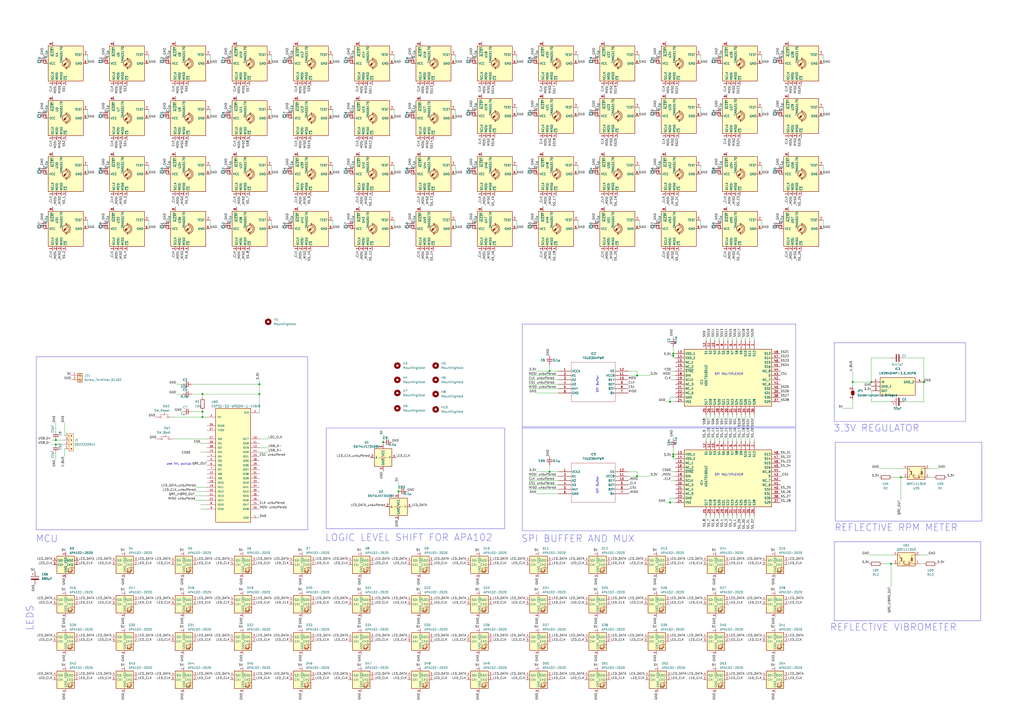
<source format=kicad_sch>
(kicad_sch (version 20230121) (generator eeschema)
  (paper "A2")
  (title_block (title "Rotor Platine") (date "2023-07-15"))
  (junction (at 369.57 217.805))
  (junction (at 516.89 327.025))
  (junction (at 369.57 276.225))
  (junction (at 32.385 255.27))
  (junction (at 522.605 276.86))
  (junction (at 318.77 273.685))
  (junction (at 318.77 215.265))
  (junction (at 494.665 221.615))
  (junction (at 505.46 221.615))
  (junction (at 117.475 238.76))
  (junction (at 388.62 291.465))
  (junction (at 150.495 228.6))
  (junction (at 32.385 257.81))
  (junction (at 117.475 241.935))
  (junction (at 222.25 256.54))
  (junction (at 231.14 285.115))
  (junction (at 150.495 222.885))
  (junction (at 390.525 206.375))
  (junction (at 390.525 264.795))
  (junction (at 390.525 205.105))
  (junction (at 388.62 233.045))
  (junction (at 390.525 263.525))
  (junction (at 535.94 221.615))
  (junction (at 117.475 228.6))
  (wire (pts (xy 306.705 222.885) (xy 323.85 222.885)))
  (wire (pts (xy 409.575 242.57) (xy 409.575 240.665)))
  (wire (pts (xy 414.655 254) (xy 414.655 255.905)))
  (wire (pts (xy 494.665 221.615) (xy 494.665 224.155)))
  (wire (pts (xy 429.895 242.57) (xy 429.895 240.665)))
  (wire (pts (xy 434.975 300.99) (xy 434.975 299.085)))
  (wire (pts (xy 111.125 238.76) (xy 117.475 238.76)))
  (wire (pts (xy 306.705 220.345) (xy 323.85 220.345)))
  (wire (pts (xy 441.96 67.31) (xy 441.96 62.23)))
  (wire (pts (xy 370.84 132.715) (xy 370.84 127.635)))
  (wire (pts (xy 86.36 100.965) (xy 86.36 95.885)))
  (wire (pts (xy 32.385 257.81) (xy 37.465 257.81)))
  (wire (pts (xy 231.14 285.115) (xy 231.14 286.385)))
  (wire (pts (xy 318.77 269.875) (xy 318.77 273.685)))
  (wire (pts (xy 86.36 36.83) (xy 86.36 31.75)))
  (wire (pts (xy 477.52 36.83) (xy 477.52 31.75)))
  (wire (pts (xy 264.16 36.83) (xy 264.16 31.75)))
  (wire (pts (xy 417.195 242.57) (xy 417.195 240.665)))
  (wire (pts (xy 121.92 68.58) (xy 121.92 63.5)))
  (wire (pts (xy 311.15 227.965) (xy 323.85 227.965)))
  (wire (pts (xy 427.355 242.57) (xy 427.355 240.665)))
  (wire (pts (xy 390.525 194.945) (xy 390.525 196.215)))
  (wire (pts (xy 437.515 195.58) (xy 437.515 197.485)))
  (wire (pts (xy 150.495 228.6) (xy 150.495 239.395)))
  (wire (pts (xy 306.705 278.765) (xy 323.85 278.765)))
  (wire (pts (xy 116.205 257.175) (xy 120.015 257.175)))
  (wire (pts (xy 412.115 195.58) (xy 412.115 197.485)))
  (wire (pts (xy 488.95 236.855) (xy 494.665 236.855)))
  (wire (pts (xy 504.19 321.945) (xy 518.16 321.945)))
  (wire (pts (xy 121.92 132.715) (xy 121.92 127.635)))
  (wire (pts (xy 102.235 222.885) (xy 106.045 222.885)))
  (wire (pts (xy 390.525 205.105) (xy 391.795 205.105)))
  (wire (pts (xy 377.19 276.225) (xy 369.57 276.225)))
  (wire (pts (xy 390.525 263.525) (xy 391.795 263.525)))
  (wire (pts (xy 86.36 132.715) (xy 86.36 127.635)))
  (wire (pts (xy 228.6 68.58) (xy 228.6 63.5)))
  (wire (pts (xy 264.16 132.715) (xy 264.16 127.635)))
  (wire (pts (xy 116.205 295.275) (xy 120.015 295.275)))
  (wire (pts (xy 538.48 321.945) (xy 533.4 321.945)))
  (wire (pts (xy 306.705 217.805) (xy 323.85 217.805)))
  (wire (pts (xy 406.4 36.83) (xy 406.4 31.75)))
  (wire (pts (xy 422.275 299.085) (xy 422.275 300.99)))
  (wire (pts (xy 412.115 242.57) (xy 412.115 240.665)))
  (wire (pts (xy 535.94 207.645) (xy 535.94 221.615)))
  (wire (pts (xy 441.96 132.715) (xy 441.96 127.635)))
  (wire (pts (xy 50.8 68.58) (xy 50.8 63.5)))
  (wire (pts (xy 505.46 233.045) (xy 516.89 233.045)))
  (wire (pts (xy 264.16 100.965) (xy 264.16 95.885)))
  (wire (pts (xy 432.435 254) (xy 432.435 255.905)))
  (wire (pts (xy 477.52 132.715) (xy 477.52 127.635)))
  (wire (pts (xy 193.04 68.58) (xy 193.04 63.5)))
  (wire (pts (xy 429.895 195.58) (xy 429.895 197.485)))
  (wire (pts (xy 157.48 36.83) (xy 157.48 31.75)))
  (wire (pts (xy 370.84 67.31) (xy 370.84 62.23)))
  (wire (pts (xy 390.525 266.065) (xy 391.795 266.065)))
  (wire (pts (xy 524.51 233.045) (xy 535.94 233.045)))
  (wire (pts (xy 390.525 207.645) (xy 391.795 207.645)))
  (wire (pts (xy 117.475 238.76) (xy 117.475 241.935)))
  (wire (pts (xy 117.475 228.6) (xy 117.475 230.505)))
  (wire (pts (xy 417.195 299.085) (xy 417.195 300.99)))
  (wire (pts (xy 516.89 327.025) (xy 516.89 340.36)))
  (wire (pts (xy 193.04 132.715) (xy 193.04 127.635)))
  (wire (pts (xy 318.77 211.455) (xy 318.77 215.265)))
  (wire (pts (xy 100.33 241.935) (xy 117.475 241.935)))
  (wire (pts (xy 377.19 217.805) (xy 369.57 217.805)))
  (wire (pts (xy 113.03 287.655) (xy 120.015 287.655)))
  (wire (pts (xy 409.575 254) (xy 409.575 255.905)))
  (wire (pts (xy 505.46 221.615) (xy 505.46 207.645)))
  (wire (pts (xy 369.57 217.805) (xy 364.49 217.805)))
  (wire (pts (xy 335.28 100.965) (xy 335.28 95.885)))
  (wire (pts (xy 37.465 260.35) (xy 37.465 264.795)))
  (wire (pts (xy 228.6 100.965) (xy 228.6 95.885)))
  (wire (pts (xy 409.575 299.085) (xy 409.575 300.99)))
  (wire (pts (xy 390.525 264.795) (xy 390.525 263.525)))
  (wire (pts (xy 541.655 276.86) (xy 539.115 276.86)))
  (wire (pts (xy 390.525 207.645) (xy 390.525 206.375)))
  (wire (pts (xy 222.25 273.05) (xy 222.25 273.685)))
  (wire (pts (xy 318.77 273.685) (xy 323.85 273.685)))
  (wire (pts (xy 299.72 132.715) (xy 299.72 127.635)))
  (wire (pts (xy 432.435 300.99) (xy 432.435 299.085)))
  (wire (pts (xy 386.08 291.465) (xy 388.62 291.465)))
  (wire (pts (xy 113.665 285.115) (xy 120.015 285.115)))
  (wire (pts (xy 388.62 288.925) (xy 391.795 288.925)))
  (wire (pts (xy 193.04 36.83) (xy 193.04 31.75)))
  (wire (pts (xy 388.62 291.465) (xy 391.795 291.465)))
  (wire (pts (xy 414.655 299.085) (xy 414.655 300.99)))
  (wire (pts (xy 419.735 254) (xy 419.735 255.905)))
  (wire (pts (xy 434.975 254) (xy 434.975 255.905)))
  (wire (pts (xy 306.705 276.225) (xy 323.85 276.225)))
  (wire (pts (xy 477.52 67.31) (xy 477.52 62.23)))
  (wire (pts (xy 222.25 256.54) (xy 222.25 257.81)))
  (wire (pts (xy 370.84 100.965) (xy 370.84 95.885)))
  (wire (pts (xy 299.72 67.31) (xy 299.72 62.23)))
  (wire (pts (xy 335.28 132.715) (xy 335.28 127.635)))
  (wire (pts (xy 434.975 195.58) (xy 434.975 197.485)))
  (wire (pts (xy 424.815 195.58) (xy 424.815 197.485)))
  (wire (pts (xy 111.125 222.885) (xy 150.495 222.885)))
  (wire (pts (xy 193.04 100.965) (xy 193.04 95.885)))
  (wire (pts (xy 535.94 327.025) (xy 533.4 327.025)))
  (wire (pts (xy 389.255 264.795) (xy 390.525 264.795)))
  (wire (pts (xy 155.575 262.255) (xy 150.495 262.255)))
  (wire (pts (xy 306.705 283.845) (xy 323.85 283.845)))
  (wire (pts (xy 389.255 215.265) (xy 391.795 215.265)))
  (wire (pts (xy 100.965 254.635) (xy 120.015 254.635)))
  (wire (pts (xy 434.975 242.57) (xy 434.975 240.665)))
  (wire (pts (xy 437.515 242.57) (xy 437.515 240.665)))
  (wire (pts (xy 517.525 276.86) (xy 522.605 276.86)))
  (wire (pts (xy 318.77 215.265) (xy 323.85 215.265)))
  (wire (pts (xy 494.665 231.775) (xy 494.665 236.855)))
  (wire (pts (xy 150.495 222.885) (xy 150.495 228.6)))
  (wire (pts (xy 441.96 36.83) (xy 441.96 31.75)))
  (wire (pts (xy 417.195 195.58) (xy 417.195 197.485)))
  (wire (pts (xy 306.705 225.425) (xy 323.85 225.425)))
  (wire (pts (xy 389.255 273.685) (xy 391.795 273.685)))
  (wire (pts (xy 505.46 207.645) (xy 516.89 207.645)))
  (wire (pts (xy 544.195 271.78) (xy 539.115 271.78)))
  (wire (pts (xy 311.15 215.265) (xy 318.77 215.265)))
  (wire (pts (xy 117.475 228.6) (xy 150.495 228.6)))
  (wire (pts (xy 335.28 67.31) (xy 335.28 62.23)))
  (wire (pts (xy 388.62 230.505) (xy 391.795 230.505)))
  (wire (pts (xy 390.525 253.365) (xy 390.525 254.635)))
  (wire (pts (xy 432.435 195.58) (xy 432.435 197.485)))
  (wire (pts (xy 29.845 255.27) (xy 32.385 255.27)))
  (wire (pts (xy 369.57 273.685) (xy 369.57 276.225)))
  (wire (pts (xy 116.205 292.735) (xy 120.015 292.735)))
  (wire (pts (xy 50.8 100.965) (xy 50.8 95.885)))
  (wire (pts (xy 390.525 263.525) (xy 390.525 259.715)))
  (wire (pts (xy 409.575 195.58) (xy 409.575 197.485)))
  (wire (pts (xy 389.255 217.805) (xy 391.795 217.805)))
  (wire (pts (xy 390.525 205.105) (xy 390.525 201.295)))
  (wire (pts (xy 429.895 300.99) (xy 429.895 299.085)))
  (wire (pts (xy 535.94 233.045) (xy 535.94 221.615)))
  (wire (pts (xy 299.72 36.83) (xy 299.72 31.75)))
  (wire (pts (xy 432.435 242.57) (xy 432.435 240.665)))
  (wire (pts (xy 389.255 206.375) (xy 390.525 206.375)))
  (wire (pts (xy 524.51 207.645) (xy 535.94 207.645)))
  (wire (pts (xy 414.655 195.58) (xy 414.655 197.485)))
  (wire (pts (xy 299.72 100.965) (xy 299.72 95.885)))
  (wire (pts (xy 429.895 254) (xy 429.895 255.905)))
  (wire (pts (xy 406.4 67.31) (xy 406.4 62.23)))
  (wire (pts (xy 509.905 271.78) (xy 523.875 271.78)))
  (wire (pts (xy 494.665 215.265) (xy 494.665 221.615)))
  (wire (pts (xy 422.275 195.58) (xy 422.275 197.485)))
  (wire (pts (xy 116.205 262.255) (xy 120.015 262.255)))
  (wire (pts (xy 427.355 300.99) (xy 427.355 299.085)))
  (wire (pts (xy 511.81 327.025) (xy 516.89 327.025)))
  (wire (pts (xy 102.235 228.6) (xy 106.045 228.6)))
  (wire (pts (xy 522.605 276.86) (xy 522.605 290.195)))
  (wire (pts (xy 120.015 241.935) (xy 117.475 241.935)))
  (wire (pts (xy 32.385 255.27) (xy 37.465 255.27)))
  (wire (pts (xy 427.355 254) (xy 427.355 255.905)))
  (wire (pts (xy 390.525 206.375) (xy 390.525 205.105)))
  (wire (pts (xy 117.475 238.125) (xy 117.475 238.76)))
  (wire (pts (xy 29.845 257.81) (xy 32.385 257.81)))
  (wire (pts (xy 222.25 252.095) (xy 222.25 256.54)))
  (wire (pts (xy 157.48 68.58) (xy 157.48 63.5)))
  (wire (pts (xy 335.28 36.83) (xy 335.28 31.75)))
  (wire (pts (xy 388.62 233.045) (xy 388.62 230.505)))
  (wire (pts (xy 113.665 282.575) (xy 120.015 282.575)))
  (wire (pts (xy 386.08 233.045) (xy 388.62 233.045)))
  (wire (pts (xy 369.57 276.225) (xy 364.49 276.225)))
  (wire (pts (xy 414.655 242.57) (xy 414.655 240.665)))
  (wire (pts (xy 37.465 245.11) (xy 37.465 252.73)))
  (wire (pts (xy 419.735 299.085) (xy 419.735 300.99)))
  (wire (pts (xy 427.355 195.58) (xy 427.355 197.485)))
  (wire (pts (xy 412.115 254) (xy 412.115 255.905)))
  (wire (pts (xy 417.195 254) (xy 417.195 255.905)))
  (wire (pts (xy 32.385 245.11) (xy 32.385 250.19)))
  (wire (pts (xy 419.735 242.57) (xy 419.735 240.665)))
  (wire (pts (xy 311.15 286.385) (xy 323.85 286.385)))
  (wire (pts (xy 424.815 254) (xy 424.815 255.905)))
  (wire (pts (xy 150.495 220.345) (xy 150.495 222.885)))
  (wire (pts (xy 105.41 238.76) (xy 106.045 238.76)))
  (wire (pts (xy 364.49 273.685) (xy 369.57 273.685)))
  (wire (pts (xy 522.605 276.86) (xy 523.875 276.86)))
  (wire (pts (xy 516.89 327.025) (xy 518.16 327.025)))
  (wire (pts (xy 311.15 273.685) (xy 318.77 273.685)))
  (wire (pts (xy 419.735 195.58) (xy 419.735 197.485)))
  (wire (pts (xy 389.255 220.345) (xy 391.795 220.345)))
  (wire (pts (xy 388.62 291.465) (xy 388.62 288.925)))
  (wire (pts (xy 228.6 132.715) (xy 228.6 127.635)))
  (wire (pts (xy 412.115 299.085) (xy 412.115 300.99)))
  (wire (pts (xy 390.525 266.065) (xy 390.525 264.795)))
  (wire (pts (xy 437.515 254) (xy 437.515 255.905)))
  (wire (pts (xy 306.705 281.305) (xy 323.85 281.305)))
  (wire (pts (xy 121.92 36.83) (xy 121.92 31.75)))
  (wire (pts (xy 424.815 299.085) (xy 424.815 300.99)))
  (wire (pts (xy 406.4 100.965) (xy 406.4 95.885)))
  (wire (pts (xy 388.62 233.045) (xy 391.795 233.045)))
  (wire (pts (xy 157.48 132.715) (xy 157.48 127.635)))
  (wire (pts (xy 86.36 68.58) (xy 86.36 63.5)))
  (wire (pts (xy 494.665 221.615) (xy 505.46 221.615)))
  (wire (pts (xy 364.49 215.265) (xy 369.57 215.265)))
  (wire (pts (xy 422.275 254) (xy 422.275 255.905)))
  (wire (pts (xy 113.4359 290.195) (xy 120.015 290.195)))
  (wire (pts (xy 422.275 242.57) (xy 422.275 240.665)))
  (wire (pts (xy 155.575 259.715) (xy 150.495 259.715)))
  (wire (pts (xy 437.515 300.99) (xy 437.515 299.085)))
  (wire (pts (xy 32.385 262.89) (xy 32.385 266.7)))
  (wire (pts (xy 50.8 36.83) (xy 50.8 31.75)))
  (wire (pts (xy 441.96 100.965) (xy 441.96 95.885)))
  (wire (pts (xy 155.575 254.635) (xy 150.495 254.635)))
  (wire (pts (xy 477.52 100.965) (xy 477.52 95.885)))
  (wire (pts (xy 505.46 226.695) (xy 505.46 233.045)))
  (wire (pts (xy 370.84 36.83) (xy 370.84 31.75)))
  (wire (pts (xy 157.48 100.965) (xy 157.48 95.885)))
  (wire (pts (xy 264.16 68.58) (xy 264.16 63.5)))
  (wire (pts (xy 389.255 276.225) (xy 391.795 276.225)))
  (wire (pts (xy 389.255 278.765) (xy 391.795 278.765)))
  (wire (pts (xy 424.815 242.57) (xy 424.815 240.665)))
  (wire (pts (xy 228.6 36.83) (xy 228.6 31.75)))
  (wire (pts (xy 231.14 279.4) (xy 231.14 285.115)))
  (wire (pts (xy 369.57 215.265) (xy 369.57 217.805)))
  (wire (pts (xy 406.4 132.715) (xy 406.4 127.635)))
  (wire (pts (xy 121.92 100.965) (xy 121.92 95.885)))
  (wire (pts (xy 50.8 132.715) (xy 50.8 127.635)))
  (wire (pts (xy 111.125 228.6) (xy 117.475 228.6)))
  (rectangle (start 483.87 314.325) (end 568.96 360.045))
  (rectangle (start 302.895 248.285) (end 461.645 307.975))
  (rectangle (start 484.505 256.54) (end 569.595 302.26))
  (rectangle (start 483.87 198.755) (end 560.07 244.475))
  (rectangle (start 20.955 207.01) (end 178.435 307.34))
  (rectangle (start 302.895 187.96) (end 461.645 247.65))
  (rectangle (start 189.23 248.285) (end 292.735 306.705))
  (text "SPI MULTIPLEXER\n" (at 431.165 217.805 0) (effects (font (size 1.27 1.27)) (justify right bottom)))
  (text "SPI Buffer" (at 347.345 286.385 90) (effects (font (size 1.27 1.27)) (justify left bottom)))
  (text "MCU" (at 33.655 314.96 0) (effects (font (size 4 4)) (justify right bottom)))
  (text "REFLECTIVE RPM METER\n\n" (at 555.625 314.96 0) (effects (font (size 4 4)) (justify right bottom)))
  (text "use int. pullup" (at 96.52 269.875 0) (effects (font (size 1.27 1.27)) (justify left bottom)))
  (text "SPI BUFFER AND MUX\n" (at 368.3 314.96 0) (effects (font (size 4 4)) (justify right bottom)))
  (text "LOGIC LEVEL SHIFT FOR APA102\n" (at 285.75 314.325 0) (effects (font (size 4 4)) (justify right bottom)))
  (text "LEDS\n" (at 19.685 351.155 90) (effects (font (size 4 4)) (justify right bottom)))
  (text "REFLECTIVE VIBROMETER\n\n" (at 554.99 372.745 0) (effects (font (size 4 4)) (justify right bottom)))
  (text "SPI MULTIPLEXER\n" (at 431.165 276.225 0) (effects (font (size 1.27 1.27)) (justify right bottom)))
  (text "3,3V REGULATOR\n" (at 533.4 250.825 0) (effects (font (size 4 4)) (justify right bottom)))
  (text "SPI Buffer" (at 347.345 227.965 90) (effects (font (size 1.27 1.27)) (justify left bottom)))
  (label "3.3V" (at 238.76 68.58 180))
  (label "LED_DATA" (at 320.04 347.98 0))
  (label "SS10" (at 412.115 195.58 90))
  (label "GND" (at 381 335.28 270))
  (label "GND" (at 96.52 31.75 90))
  (label "LED_CLK" (at 304.8 350.52 180))
  (label "LED_DATA" (at 114.3 325.12 0))
  (label "GND" (at 381 379.73 270))
  (label "5V" (at 346.71 320.04 180))
  (label "_MISO" (at 284.48 113.665 270))
  (label "SS29" (at 429.895 242.57 270))
  (label "MOSI" (at 104.14 81.28 270))
  (label "SS4" (at 419.735 242.57 270))
  (label "SS13" (at 251.46 49.53 270))
  (label "GND" (at 32.385 266.7 270))
  (label "GND" (at 228.6 100.965 0))
  (label "LED_DATA" (at 388.62 325.12 0))
  (label "3.3V" (at 389.255 264.795 180))
  (label "LED_DATA" (at 354.33 325.12 0))
  (label "5V" (at 20.32 331.47 180))
  (label "CLK" (at 243.84 49.53 270))
  (label "_MISO" (at 248.92 113.665 270))
  (label "5V" (at 72.39 386.715 180))
  (label "GND" (at 121.92 132.715 0))
  (label "USB_D-" (at 155.575 259.715 0))
  (label "LED_CLK" (at 236.22 327.66 180))
  (label "SS8" (at 144.78 81.28 270))
  (label "MOSI" (at 139.7 49.53 270))
  (label "LED_DATA" (at 354.33 391.795 0))
  (label "LED_CLK" (at 99.06 372.11 180))
  (label "MISO" (at 248.92 49.53 270))
  (label "MISO" (at 426.72 80.01 270))
  (label "_MOSI" (at 139.7 113.665 270))
  (label "GND" (at 228.6 36.83 0))
  (label "GND" (at 157.48 36.83 0))
  (label "MOSI" (at 210.82 81.28 270))
  (label "GND" (at 25.4 31.75 90))
  (label "LED_CLK" (at 407.67 350.52 180))
  (label "MOSI" (at 388.62 49.53 270))
  (label "LED_DATA" (at 217.17 347.98 0))
  (label "CLK" (at 314.96 80.01 270))
  (label "GND" (at 381 358.14 270))
  (label "GND" (at 72.39 401.955 270))
  (label "CS1" (at 452.755 217.805 0))
  (label "GND" (at 449.58 401.955 270))
  (label "MOSI" (at 210.82 49.53 270))
  (label "LED_DATA" (at 30.48 369.57 180))
  (label "SS_16" (at 287.02 145.415 270))
  (label "_MISO" (at 426.72 113.665 270))
  (label "LED_DATA" (at 407.67 369.57 180))
  (label "LED_CLK" (at 167.64 327.66 180))
  (label "5V" (at 381 342.9 180))
  (label "SS9" (at 409.575 195.58 90))
  (label "LED_CLK" (at 201.93 394.335 180))
  (label "MISO" (at 106.68 81.28 270))
  (label "3.3V" (at 452.12 132.715 180))
  (label "_MISO" (at 35.56 145.415 270))
  (label "CLK" (at 364.49 222.885 0))
  (label "LED_DATA" (at 167.64 369.57 180))
  (label "LED_DATA" (at 339.09 347.98 180))
  (label "SS14" (at 251.46 81.28 270))
  (label "GND" (at 504.19 321.945 180))
  (label "GND" (at 50.8 132.715 0))
  (label "GND" (at 60.96 31.75 90))
  (label "SS20" (at 437.515 195.58 90))
  (label "GND" (at 309.88 31.75 90))
  (label "5V" (at 415.29 342.9 180))
  (label "LED_CLK" (at 354.33 394.335 0))
  (label "_MOSI" (at 175.26 145.415 270))
  (label "GND" (at 309.88 127.635 90))
  (label "LED_CLK" (at 354.33 372.11 0))
  (label "LED_DATA" (at 441.96 325.12 180))
  (label "CLK" (at 208.28 81.28 270))
  (label "GND" (at 140.97 358.14 270))
  (label "GND" (at 37.465 245.11 90))
  (label "GND" (at 243.84 379.73 270))
  (label "LED_DATA" (at 182.88 325.12 0))
  (label "LED_DATA" (at 99.06 347.98 180))
  (label "3.3V" (at 96.52 68.58 180))
  (label "5V" (at 175.26 364.49 180))
  (label "LED_DATA" (at 354.33 347.98 0))
  (label "LED_CLK" (at 457.2 394.335 0))
  (label "GND" (at 228.6 68.58 0))
  (label "5V" (at 222.25 252.095 90))
  (label "MISO" (at 426.72 49.53 270))
  (label "_MOSI" (at 68.58 113.665 270))
  (label "GND" (at 335.28 67.31 0))
  (label "_MISO" (at 71.12 145.415 270))
  (label "3.3V" (at 96.52 132.715 180))
  (label "GND" (at 264.16 132.715 0))
  (label "GND" (at 299.72 36.83 0))
  (label "GND" (at 157.48 100.965 0))
  (label "LED_CLK" (at 45.72 394.335 0))
  (label "MISO" (at 391.16 49.53 270))
  (label "GND" (at 209.55 401.955 270))
  (label "GND" (at 38.1 379.73 270))
  (label "GND" (at 406.4 100.965 0))
  (label "LED_CLK" (at 236.22 372.11 180))
  (label "GND" (at 157.48 132.715 0))
  (label "3.3V" (at 452.12 100.965 180))
  (label "_MOSI" (at 424.18 113.665 270))
  (label "GND" (at 90.17 241.935 180))
  (label "SS_1" (at 427.355 300.99 270))
  (label "_MOSI" (at 104.14 145.415 270))
  (label "LED_CLK" (at 285.75 372.11 0))
  (label "3.3V" (at 60.96 100.965 180))
  (label "LED_DATA" (at 457.2 325.12 0))
  (label "GND" (at 509.905 271.78 180))
  (label "GND" (at 535.94 221.615 0))
  (label "MOSI" (at 317.5 49.53 270))
  (label "_MISO" (at 426.72 145.415 270))
  (label "5V" (at 106.68 386.715 180))
  (label "5V" (at 415.29 320.04 180))
  (label "GND" (at 390.525 194.945 90))
  (label "GND" (at 406.4 67.31 0))
  (label "LED_DATA" (at 133.35 325.12 180))
  (label "_CLK" (at 172.72 113.665 270))
  (label "GND" (at 50.8 100.965 0))
  (label "GND" (at 238.76 127.635 90))
  (label "5V" (at 106.68 364.49 180))
  (label "5V" (at 209.55 386.715 180))
  (label "LED_DATA" (at 457.2 347.98 0))
  (label "3.3V" (at 274.32 36.83 180))
  (label "SS_9" (at 180.34 113.665 270))
  (label "CLK" (at 314.96 49.53 270))
  (label "SS5" (at 109.22 49.53 270))
  (label "GND" (at 243.84 358.14 270))
  (label "_MOSI" (at 68.58 145.415 270))
  (label "LED_DATA" (at 45.72 325.12 0))
  (label "SS_18" (at 432.435 254 90))
  (label "GND" (at 86.36 132.715 0))
  (label "GND" (at 406.4 36.83 0))
  (label "LED_DATA" (at 441.96 391.795 180))
  (label "LED_CLK" (at 270.51 327.66 180))
  (label "LED_CLK" (at 148.59 350.52 0))
  (label "LED_DATA" (at 236.22 369.57 180))
  (label "SS1" (at 427.355 242.57 270))
  (label "MISO" (at 462.28 80.01 270))
  (label "3.3V" (at 549.275 276.86 0))
  (label "_MISO" (at 364.49 286.385 0))
  (label "3.3V" (at 132.08 68.58 180))
  (label "USB_D+" (at 29.845 255.27 180))
  (label "MISO" (at 106.68 49.53 270))
  (label "SS_3" (at 422.275 300.99 270))
  (label "GND" (at 381 127.635 90))
  (label "LED_CLK" (at 80.01 327.66 0))
  (label "GND" (at 274.32 127.635 90))
  (label "3.3V" (at 416.56 67.31 180))
  (label "MOSI" (at 246.38 81.28 270))
  (label "MOSI" (at 459.74 80.01 270))
  (label "_CS1" (at 452.755 276.225 0))
  (label "QRE_VIBRO_OUT" (at 516.89 340.36 270))
  (label "SS_2" (at 38.1 145.415 270))
  (label "LED_DATA" (at 422.91 347.98 0))
  (label "5V" (at 140.97 386.715 180))
  (label "LED_DATA" (at 148.59 347.98 0))
  (label "LED_CLK" (at 64.77 394.335 180))
  (label "3.3V" (at 505.46 226.695 180))
  (label "SS_24" (at 429.26 145.415 270))
  (label "5V" (at 175.26 342.9 180))
  (label "LED_CLK" (at 133.35 372.11 180))
  (label "LED_DATA" (at 64.77 347.98 180))
  (label "5V" (at 140.97 320.04 180))
  (label "GND" (at 132.08 63.5 90))
  (label "CLK" (at 30.48 81.28 270))
  (label "_CLK" (at 421.64 145.415 270))
  (label "GND" (at 86.36 36.83 0))
  (label "LED_DATA" (at 217.17 391.795 0))
  (label "5V" (at 312.42 386.715 180))
  (label "_CLK" (at 208.28 145.415 270))
  (label "GND" (at 132.08 95.885 90))
  (label "LED_DATA" (at 64.77 325.12 180))
  (label "SS28" (at 452.755 233.045 0))
  (label "GND" (at 278.13 358.14 270))
  (label "GND" (at 335.28 132.715 0))
  (label "GND" (at 441.96 36.83 0))
  (label "QRE_OUT" (at 120.015 269.875 180))
  (label "_MISO" (at 355.6 113.665 270))
  (label "GND" (at 386.08 291.465 180))
  (label "SS27" (at 452.755 230.505 0))
  (label "LED_CLK" (at 167.64 372.11 180))
  (label "SS12" (at 417.195 195.58 90))
  (label "LED_CLK" (at 320.04 350.52 0))
  (label "LED_CLK" (at 30.48 394.335 180))
  (label "3.3V" (at 25.4 36.83 180))
  (label "5V" (at 72.39 364.49 180))
  (label "MOSI" (at 281.94 49.53 270))
  (label "3.3V" (at 452.12 36.83 180))
  (label "SS_14" (at 422.275 254 90))
  (label "GND" (at 38.1 358.14 270))
  (label "LED_DATA" (at 64.77 369.57 180))
  (label "LED_DATA" (at 201.93 369.57 180))
  (label "GND" (at 318.77 264.795 90))
  (label "5V" (at 278.13 320.04 180))
  (label "LED_DATA" (at 30.48 325.12 180))
  (label "SS32" (at 437.515 242.57 270))
  (label "5V" (at 381 320.04 180))
  (label "LED_DATA" (at 148.59 391.795 0))
  (label "LED_DATA" (at 45.72 369.57 0))
  (label "MOSI" (at 68.58 49.53 270))
  (label "MOSI unbuffered" (at 306.705 217.805 0))
  (label "SS18" (at 322.58 80.01 270))
  (label "SS_4" (at 73.66 145.415 270))
  (label "LED_CLK" (at 388.62 327.66 0))
  (label "CS1" (at 364.49 225.425 0))
  (label "GND" (at 370.84 100.965 0))
  (label "CS0" (at 389.255 215.265 180))
  (label "GND" (at 238.76 63.5 90))
  (label "_CLK" (at 457.2 113.665 270))
  (label "_CLK" (at 137.16 113.665 270))
  (label "3.3V" (at 167.64 132.715 180))
  (label "5V" (at 449.58 364.49 180))
  (label "3.3V" (at 543.56 327.025 0))
  (label "GND" (at 175.26 401.955 270))
  (label "SS2" (at 38.1 81.28 270))
  (label "LED_DATA" (at 388.62 369.57 0))
  (label "5V" (at 140.97 364.49 180))
  (label "GND" (at 312.42 335.28 270))
  (label "GND" (at 477.52 36.83 0))
  (label "_CLK" (at 208.28 113.665 270))
  (label "5V" (at 278.13 364.49 180))
  (label "GND" (at 309.88 95.885 90))
  (label "LED_CLK" (at 285.75 350.52 0))
  (label "MOSI" (at 424.18 80.01 270))
  (label "_CS1" (at 364.49 283.845 0))
  (label "MISO" (at 213.36 49.53 270))
  (label "LED_DATA" (at 99.06 391.795 180))
  (label "5V" (at 312.42 364.49 180))
  (label "SS_21" (at 393.7 113.665 270))
  (label "GND" (at 345.44 95.885 90))
  (label "LED_DATA" (at 201.93 391.795 180))
  (label "SS6" (at 109.22 81.28 270))
  (label "LED_DATA" (at 148.59 325.12 0))
  (label "GND" (at 96.52 63.5 90))
  (label "_MISO" (at 391.16 145.415 270))
  (label "5V" (at 449.58 342.9 180))
  (label "GND" (at 477.52 67.31 0))
  (label "GND" (at 203.2 63.5 90))
  (label "GND" (at 121.92 36.83 0))
  (label "GND" (at 441.96 100.965 0))
  (label "LED_CLK" (at 45.72 350.52 0))
  (label "GND" (at 243.84 401.955 270))
  (label "SS_7" (at 412.115 300.99 270))
  (label "GND" (at 477.52 132.715 0))
  (label "GND" (at 416.56 31.75 90))
  (label "_CLK" (at 172.72 145.415 270))
  (label "GND" (at 86.36 100.965 0))
  (label "SS21" (at 452.755 205.105 0))
  (label "SS_18" (at 322.58 145.415 270))
  (label "SS_20" (at 437.515 254 90))
  (label "SS_30" (at 432.435 300.99 270))
  (label "GND" (at 32.385 245.11 90))
  (label "GND" (at 96.52 127.635 90))
  (label "SS_17" (at 322.58 113.665 270))
  (label "3.3V" (at 238.76 100.965 180))
  (label "MISO" (at 364.49 227.965 0))
  (label "LED_CLK" (at 457.2 327.66 0))
  (label "GND" (at 452.12 31.75 90))
  (label "USB_D-" (at 29.845 257.81 180))
  (label "_MISO" (at 462.28 145.415 270))
  (label "3.3V" (at 203.2 132.715 180))
  (label "3.3V" (at 377.19 276.225 0))
  (label "MISO" (at 142.24 81.28 270))
  (label "LED_DATA" (at 251.46 391.795 0))
  (label "GND" (at 346.71 358.14 270))
  (label "_MISO" (at 213.36 145.415 270))
  (label "LED_CLK" (at 320.04 327.66 0))
  (label "LED_DATA" (at 80.01 369.57 0))
  (label "3.3V" (at 60.96 132.715 180))
  (label "SS15" (at 424.815 195.58 90))
  (label "GND" (at 175.26 379.73 270))
  (label "MOSI" (at 68.58 81.28 270))
  (label "GND" (at 167.64 31.75 90))
  (label "GND" (at 102.235 228.6 180))
  (label "MISO" (at 391.16 80.01 270))
  (label "LED_CLK" (at 80.01 372.11 0))
  (label "LED_CLK" (at 354.33 327.66 0))
  (label "GND" (at 50.8 68.58 0))
  (label "CLK" (at 389.255 220.345 180))
  (label "LED_CLK" (at 270.51 350.52 180))
  (label "3.3V" (at 274.32 132.715 180))
  (label "GND" (at 60.96 63.5 90))
  (label "LED_CLK" (at 373.38 372.11 180))
  (label "GND" (at 415.29 358.14 270))
  (label "GND" (at 60.96 127.635 90))
  (label "LED_CLK" (at 304.8 394.335 180))
  (label "_MOSI" (at 246.38 113.665 270))
  (label "_CLK" (at 243.84 113.665 270))
  (label "3.3V" (at 167.64 36.83 180))
  (label "LED_DATA" (at 236.22 347.98 180))
  (label "5V" (at 415.29 386.715 180))
  (label "LED_CLK" (at 133.35 394.335 180))
  (label "LED_CLK" (at 229.87 265.43 0))
  (label "MOSI" (at 459.74 49.53 270))
  (label "MOSI" (at 281.94 80.01 270))
  (label "_MOSI" (at 317.5 145.415 270))
  (label "_MOSI" (at 210.82 113.665 270))
  (label "_MISO" (at 177.8 113.665 270))
  (label "LED_CLK" (at 407.67 372.11 180))
  (label "LED_CLK" (at 285.75 327.66 0))
  (label "GND" (at 72.39 379.73 270))
  (label "MOSI" (at 424.18 49.53 270))
  (label "_MOSI" (at 317.5 113.665 270))
  (label "CS00" (at 110.49 263.525 180))
  (label "LED_DATA" (at 407.67 391.795 180))
  (label "SS_11" (at 215.9 113.665 270))
  (label "CLK" (at 172.72 81.28 270))
  (label "LED_CLK" (at 30.48 372.11 180))
  (label "SS11" (at 215.9 49.53 270))
  (label "SS16" (at 427.355 195.58 90))
  (label "LED_CLK" (at 407.67 394.335 180))
  (label "_MOSI" (at 353.06 145.415 270))
  (label "MISO unbuffered" (at 306.705 225.425 0))
  (label "LED_DATA" (at 373.38 347.98 180))
  (label "GND" (at 381 31.75 90))
  (label "LED_DATA" (at 167.64 325.12 180))
  (label "CLK" (at 208.28 49.53 270))
  (label "GND" (at 386.08 233.045 180))
  (label "LED_DATA" (at 99.06 369.57 180))
  (label "_CLK" (at 243.84 145.415 270))
  (label "SS26" (at 452.755 227.965 0))
  (label "GND" (at 505.46 224.155 180))
  (label "SS5" (at 417.195 242.57 270))
  (label "QRE_VIBRO_OUT" (at 113.03 287.655 180))
  (label "LED_CLK" (at 457.2 372.11 0))
  (label "LED_DATA" (at 30.48 347.98 180))
  (label "CLK" (at 172.72 49.53 270))
  (label "LED_DATA" (at 285.75 369.57 0))
  (label "3.3V" (at 309.88 36.83 180))
  (label "CLK unbuffered" (at 306.705 220.345 0))
  (label "3.3V" (at 345.44 67.31 180))
  (label "GND" (at 335.28 36.83 0))
  (label "_CLK" (at 314.96 113.665 270))
  (label "MISO unbuffered" (at 113.4359 290.195 180))
  (label "5V" (at 175.26 386.715 180))
  (label "SS24" (at 452.755 212.725 0))
  (label "LED_DATA" (at 114.3 391.795 0))
  (label "3.3V" (at 311.15 215.265 180))
  (label "MISO" (at 320.04 49.53 270))
  (label "3.3V" (at 381 36.83 180))
  (label "5V" (at 209.55 364.49 180))
  (label "_MOSI" (at 388.62 113.665 270))
  (label "LED_CLK" (at 374.015 394.335 180))
  (label "5V" (at 346.71 386.715 180))
  (label "_MOSI" (at 459.74 113.665 270))
  (label "SS31" (at 434.975 242.57 270))
  (label "CLK" (at 350.52 49.53 270))
  (label "LED_CLK_unbuffered" (at 214.63 265.43 180))
  (label "GND" (at 345.44 62.23 90))
  (label "SS_12" (at 417.195 254 90))
  (label "LED_DATA" (at 304.8 391.795 180))
  (label "SS15" (at 287.02 49.53 270))
  (label "SS22" (at 452.755 207.645 0))
  (label "LED_CLK" (at 64.77 372.11 180))
  (label "SS_23" (at 429.26 113.665 270))
  (label "LED_DATA" (at 201.93 347.98 180))
  (label "LED_CLK" (at 441.96 372.11 180))
  (label "SS_1" (at 38.1 113.665 270))
  (label "GND" (at 25.4 127.635 90))
  (label "LED_CLK" (at 339.09 372.11 180))
  (label "MISO" (at 71.12 81.28 270))
  (label "LED_CLK" (at 182.88 350.52 0))
  (label "SS_27" (at 452.755 288.925 0))
  (label "SS_7" (at 144.78 113.665 270))
  (label "_MISO" (at 320.04 145.415 270))
  (label "_MISO" (at 355.6 145.415 270))
  (label "LED_DATA" (at 182.88 391.795 0))
  (label "SS_19" (at 358.14 113.665 270))
  (label "LED_CLK" (at 45.72 372.11 0))
  (label "LED_CLK" (at 422.91 350.52 0))
  (label "_MOSI" (at 33.02 145.415 270))
  (label "LED_CLK" (at 388.62 350.52 0))
  (label "LED_DATA" (at 374.015 391.795 180))
  (label "_MOSI" (at 210.82 145.415 270))
  (label "5V" (at 231.14 279.4 90))
  (label "GND" (at 20.32 339.09 270))
  (label "MISO" (at 284.48 49.53 270))
  (label "3.3V" (at 345.44 132.715 180))
  (label "SS14" (at 422.275 195.58 90))
  (label "GND" (at 449.58 335.28 270))
  (label "CS1 unbuffered" (at 306.705 281.305 0))
  (label "GND" (at 236.22 285.115 0))
  (label "MISO" (at 71.12 49.53 270))
  (label "SS_14" (at 251.46 145.415 270))
  (label "LED_DATA" (at 133.35 347.98 180))
  (label "MISO unbuffered" (at 306.705 283.845 0))
  (label "GND" (at 50.8 36.83 0))
  (label "MISO" (at 355.6 49.53 270))
  (label "3.3V" (at 274.32 100.965 180))
  (label "_CLK" (at 421.64 113.665 270))
  (label "SS17" (at 429.895 195.58 90))
  (label "SS23" (at 452.755 210.185 0))
  (label "GND" (at 477.52 100.965 0))
  (label "SS19" (at 434.975 195.58 90))
  (label "LED_CLK" (at 167.64 350.52 180))
  (label "LED_DATA" (at 285.75 391.795 0))
  (label "SS17" (at 322.58 49.53 270))
  (label "CLK" (at 279.4 80.01 270))
  (label "LED_CLK" (at 99.06 350.52 180))
  (label "SS24" (at 429.26 80.01 270))
  (label "LED_DATA" (at 304.8 369.57 180))
  (label "GND" (at 132.08 31.75 90))
  (label "GND" (at 416.56 62.23 90))
  (label "SS_2" (at 424.815 300.99 270))
  (label "_CLK" (at 66.04 113.665 270))
  (label "5V" (at 243.84 364.49 180))
  (label "SS_15" (at 424.815 254 90))
  (label "LED_CLK" (at 270.51 372.11 180))
  (label "GND" (at 381.635 401.955 270))
  (label "GND" (at 390.525 253.365 90))
  (label "SS_10" (at 180.34 145.415 270))
  (label "GND" (at 264.16 68.58 0))
  (label "3.3V" (at 25.4 68.58 180))
  (label "GND" (at 228.6 132.715 0))
  (label "3.3V" (at 377.19 217.805 0))
  (label "5V" (at 38.1 320.04 180))
  (label "LED_CLK" (at 182.88 327.66 0))
  (label "GND" (at 203.2 95.885 90))
  (label "5V" (at 38.1 364.49 180))
  (label "GND" (at 121.92 68.58 0))
  (label "SS_15" (at 287.02 113.665 270))
  (label "LED_DATA" (at 373.38 369.57 180))
  (label "GND" (at 167.64 95.885 90))
  (label "LED_DATA" (at 441.96 347.98 180))
  (label "_CLK" (at 364.49 281.305 0))
  (label "_CLK" (at 279.4 145.415 270))
  (label "LED_DATA" (at 217.17 325.12 0))
  (label "3.3V" (at 132.08 36.83 180))
  (label "LED_DATA" (at 80.01 325.12 0))
  (label "GND" (at 106.68 358.14 270))
  (label "5V" (at 140.97 342.9 180))
  (label "GND" (at 209.55 358.14 270))
  (label "3.3V" (at 25.4 100.965 180))
  (label "LED_DATA" (at 148.59 369.57 0))
  (label "LED_DATA" (at 270.51 369.57 180))
  (label "3.3V" (at 203.2 100.965 180))
  (label "_CLK" (at 101.6 113.665 270))
  (label "LED_DATA" (at 80.01 391.795 0))
  (label "_MOSI" (at 246.38 145.415 270))
  (label "GND" (at 193.04 36.83 0))
  (label "LED_DATA" (at 182.88 369.57 0))
  (label "5V" (at 209.55 342.9 180))
  (label "LED_DATA" (at 238.76 294.005 0))
  (label "CLK" (at 386.08 49.53 270))
  (label "LED_DATA" (at 80.01 347.98 0))
  (label "LED_CLK" (at 99.06 394.335 180))
  (label "GND" (at 167.64 127.635 90))
  (label "SS_25" (at 452.755 283.845 0))
  (label "SS7" (at 144.78 49.53 270))
  (label "SS11" (at 414.655 195.58 90))
  (label "LED_CLK" (at 422.91 394.335 0))
  (label "LED_DATA" (at 457.2 391.795 0))
  (label "SS2" (at 424.815 242.57 270))
  (label "3.3V" (at 150.495 220.345 90))
  (label "SS22" (at 393.7 80.01 270))
  (label "LED_DATA" (at 407.67 325.12 180))
  (label "MISO" (at 213.36 81.28 270))
  (label "GND" (at 86.36 68.58 0))
  (label "LED_DATA" (at 457.2 369.57 0))
  (label "_MOSI" (at 104.14 113.665 270))
  (label "3.3V" (at 345.44 36.83 180))
  (label "MISO" (at 284.48 80.01 270))
  (label "V_BUS" (at 494.665 215.265 90))
  (label "LED_CLK" (at 80.01 394.335 0))
  (label "3.3V" (at 203.2 68.58 180))
  (label "GND" (at 238.76 95.885 90))
  (label "GND" (at 274.32 95.885 90))
  (label "LED_CLK" (at 114.3 327.66 0))
  (label "LED_CLK" (at 133.35 350.52 180))
  (label "GND" (at 311.15 286.385 180))
  (label "GND" (at 299.72 132.715 0))
  (label "SS_6" (at 414.655 300.99 270))
  (label "LED_DATA" (at 441.96 369.57 180))
  (label "LED_CLK" (at 99.06 327.66 180))
  (label "GND" (at 299.72 67.31 0))
  (label "GND" (at 140.97 401.955 270))
  (label "SS25" (at 452.755 225.425 0))
  (label "LED_DATA" (at 251.46 347.98 0))
  (label "MOSI" (at 388.62 80.01 270))
  (label "GND" (at 60.96 95.885 90))
  (label "SS_28" (at 452.755 291.465 0))
  (label "GND" (at 312.42 401.955 270))
  (label "_MOSI" (at 388.62 145.415 270))
  (label "CLK" (at 457.2 80.01 270))
  (label "SS_5" (at 109.22 113.665 270))
  (label "GND" (at 312.42 358.14 270))
  (label "SS_22" (at 393.7 145.415 270))
  (label "LED_DATA" (at 388.62 347.98 0))
  (label "LED_CLK" (at 217.17 327.66 0))
  (label "LED_CLK" (at 114.3 394.335 0))
  (label "MOSI" (at 104.14 49.53 270))
  (label "_MISO" (at 462.28 113.665 270))
  (label "SS1" (at 38.1 49.53 270))
  (label "CS0" (at 116.205 257.175 180))
  (label "MOSI" (at 353.06 80.01 270))
  (label "5V" (at 449.58 320.04 180))
  (label "GND" (at 415.29 379.73 270))
  (label "GND" (at 416.56 95.885 90))
  (label "CS1 unbuffered" (at 150.495 264.795 0))
  (label "3.3V" (at 238.76 132.715 180))
  (label "LED_DATA" (at 30.48 391.795 180))
  (label "GND" (at 309.88 62.23 90))
  (label "SS_31" (at 434.975 300.99 270))
  (label "LED_CLK" (at 148.59 327.66 0))
  (label "LED_DATA" (at 320.04 325.12 0))
  (label "SS_23" (at 452.755 268.605 0))
  (label "GND" (at 278.13 401.955 270))
  (label "GND" (at 102.235 222.885 180))
  (label "_MOSI" (at 353.06 113.665 270))
  (label "GND" (at 25.4 63.5 90))
  (label "SS_11" (at 414.655 254 90))
  (label "LED_CLK" (at 182.88 394.335 0))
  (label "GND" (at 243.84 335.28 270))
  (label "LED_CLK_unbuffered" (at 113.665 285.115 180))
  (label "LED_CLK" (at 167.64 394.335 180))
  (label "_MOSI" (at 389.255 276.225 180))
  (label "LED_CLK" (at 304.8 372.11 180))
  (label "SS_22" (at 452.755 266.065 0))
  (label "GND" (at 441.96 67.31 0))
  (label "MISO" (at 177.8 49.53 270))
  (label "MISO" (at 177.8 81.28 270))
  (label "GND" (at 346.71 401.955 270))
  (label "CLK" (at 66.04 49.53 270))
  (label "GND" (at 72.39 335.28 270))
  (label "GND" (at 132.08 127.635 90))
  (label "SS_29" (at 429.895 300.99 270))
  (label "GND" (at 140.97 335.28 270))
  (label "3.3V" (at 509.905 276.86 180))
  (label "GND" (at 193.04 100.965 0))
  (label "LED_CLK" (at 236.22 350.52 180))
  (label "LED_CLK" (at 148.59 394.335 0))
  (label "MOSI" (at 175.26 49.53 270))
  (label "GND" (at 150.495 300.355 0))
  (label "GND" (at 312.42 379.73 270))
  (label "GND" (at 157.48 68.58 0))
  (label "LED_CLK" (at 148.59 372.11 0))
  (label "GND" (at 406.4 132.715 0))
  (label "3.3V" (at 416.56 36.83 180))
  (label "_MISO" (at 142.24 113.665 270))
  (label "GND" (at 346.71 335.28 270))
  (label "LED_CLK" (at 217.17 394.335 0))
  (label "5V" (at 243.84 320.04 180))
  (label "LED_CLK" (at 201.93 350.52 180))
  (label "SS_13" (at 251.46 113.665 270))
  (label "GND" (at 452.12 127.635 90))
  (label "3.3V" (at 504.19 327.025 180))
  (label "3.3V" (at 416.56 100.965 180))
  (label "GND" (at 209.55 379.73 270))
  (label "SS_19" (at 434.975 254 90))
  (label "_MISO" (at 213.36 113.665 270))
  (label "LED_DATA" (at 64.77 391.795 180))
  (label "_CLK" (at 350.52 113.665 270))
  (label "5V" (at 243.84 342.9 180))
  (label "GND" (at 90.805 254.635 180))
  (label "SS_21" (at 452.755 263.525 0))
  (label "LED_DATA" (at 389.255 391.795 0))
  (label "_CLK" (at 30.48 145.415 270))
  (label "MISO" (at 35.56 81.28 270))
  (label "_MOSI" (at 424.18 145.415 270))
  (label "GND" (at 193.04 132.715 0))
  (label "3.3V" (at 381 132.715 180))
  (label "LED_CLK" (at 251.46 350.52 0))
  (label "GND" (at 41.275 220.345 180))
  (label "LED_CLK" (at 114.3 372.11 0))
  (label "_CLK" (at 389.255 278.765 180))
  (label "LED_DATA_unbuffered" (at 223.52 294.005 180))
  (label "_MOSI" (at 175.26 113.665 270))
  (label "GND" (at 381 62.23 90))
  (label "3.3V" (at 60.96 68.58 180))
  (label "SS_5" (at 417.195 300.99 270))
  (label "MOSI" (at 389.255 217.805 180))
  (label "_CLK" (at 66.04 145.415 270))
  (label "CLK" (at 457.2 49.53 270))
  (label "SS18" (at 432.435 195.58 90))
  (label "MISO" (at 142.24 49.53 270))
  (label "5V" (at 488.95 236.855 180))
  (label "MISO" (at 320.04 80.01 270))
  (label "SS_12" (at 215.9 145.415 270))
  (label "_CLK" (at 350.52 145.415 270))
  (label "LED_CLK" (at 30.48 327.66 180))
  (label "CLK" (at 350.52 80.01 270))
  (label "GND" (at 538.48 321.945 0))
  (label "5V" (at 175.26 320.04 180))
  (label "SS_25" (at 464.82 113.665 270))
  (label "GND" (at 222.25 273.685 270))
  (label "3.3V" (at 416.56 132.715 180))
  (label "GND" (at 38.1 401.955 270))
  (label "LED_CLK" (at 133.35 327.66 180))
  (label "SS6" (at 414.655 242.57 270))
  (label "LED_CLK" (at 80.01 350.52 0))
  (label "LED_DATA" (at 114.3 369.57 0))
  (label "3.3V" (at 311.15 273.685 180))
  (label "5V" (at 41.275 217.805 180))
  (label "LED_DATA" (at 304.8 325.12 180))
  (label "LED_DATA" (at 422.91 325.12 0))
  (label "LED_DATA_unbuffered" (at 113.665 282.575 180))
  (label "3.3V" (at 60.96 36.83 180))
  (label "LED_CLK" (at 339.09 394.335 180))
  (label "GND" (at 209.55 335.28 270))
  (label "LED_CLK" (at 251.46 327.66 0))
  (label "SS_4" (at 419.735 300.99 270))
  (label "GND" (at 106.68 379.73 270))
  (label "5V" (at 72.39 320.04 180))
  (label "3.3V" (at 381 67.31 180))
  (label "GND" (at 449.58 358.14 270))
  (label "MOSI" (at 33.02 49.53 270))
  (label "CLK" (at 30.48 49.53 270))
  (label "V_BUS" (at 37.465 264.795 270))
  (label "SS_6" (at 109.22 145.415 270))
  (label "3.3V" (at 167.64 68.58 180))
  (label "LED_CLK" (at 251.46 394.335 0))
  (label "GND" (at 106.68 335.28 270))
  (label "5V" (at 38.1 342.9 180))
  (label "MOSI" (at 364.49 220.345 0))
  (label "LED_DATA" (at 133.35 391.795 180))
  (label "LED_CLK" (at 339.09 350.52 180))
  (label "CLK" (at 101.6 49.53 270))
  (label "GND" (at 167.64 63.5 90))
  (label "SS20" (at 358.14 80.01 270))
  (label "_MISO" (at 71.12 113.665 270))
  (label "LED_DATA" (at 339.09 391.795 180))
  (label "LED_DATA" (at 407.67 347.98 180))
  (label "GND" (at 381 95.885 90))
  (label "LED_CLK" (at 441.96 350.52 180))
  (label "_CLK" (at 137.16 145.415 270))
  (label "_MISO" (at 177.8 145.415 270))
  (label "_CLK" (at 279.4 113.665 270))
  (label "GND" (at 449.58 379.73 270))
  (label "5V" (at 106.68 320.04 180))
  (label "LED_DATA" (at 217.17 369.57 0))
  (label "CLK" (at 421.64 49.53 270))
  (label "LED_DATA" (at 182.88 347.98 0))
  (label "LED_CLK" (at 320.04 394.335 0))
  (label "SS_20" (at 358.14 145.415 270))
  (label "CLK unbuffered" (at 306.705 278.765 0))
  (label "5V" (at 346.71 364.49 180))
  (label "GND" (at 370.84 67.31 0))
  (label "MOSI" (at 317.5 80.01 270))
  (label "_MOSI" (at 139.7 145.415 270))
  (label "LED_DATA" (at 45.72 391.795 0))
  (label "LED_DATA" (at 251.46 325.12 0))
  (label "LED_DATA" (at 339.09 369.57 180))
  (label "LED_CLK" (at 339.09 327.66 180))
  (label "GND" (at 121.92 100.965 0))
  (label "CLK" (at 243.84 81.28 270))
  (label "LED_CLK" (at 373.38 350.52 180))
  (label "CLK" (at 421.64 80.01 270))
  (label "SS_8" (at 409.575 300.99 270))
  (label "MOSI" (at 33.02 81.28 270))
  (label "_MOSI" (at 33.02 113.665 270))
  (label "GND" (at 452.12 62.23 90))
  (label "3.3V" (at 309.88 100.965 180))
  (label "LED_CLK" (at 457.2 350.52 0))
  (label "3.3V" (at 96.52 36.83 180))
  (label "5V" (at 312.42 342.9 180))
  (label "_CLK" (at 386.08 145.415 270))
  (label "LED_CLK" (at 217.17 372.11 0))
  (label "LED_DATA" (at 99.06 325.12 180))
  (label "SS13" (at 419.735 195.58 90))
  (label "LED_CLK" (at 354.33 350.52 0))
  (label "5V" (at 278.13 386.715 180))
  (label "SS_16" (at 427.355 254 90))
  (label "3.3V" (at 381 100.965 180))
  (label "LED_CLK" (at 182.88 372.11 0))
  (label "MOSI" (at 175.26 81.28 270))
  (label "QRE_OUT" (at 522.605 290.195 270))
  (label "3.3V" (at 389.255 206.375 180))
  (label "GND" (at 416.56 127.635 90))
  (label "SS_8" (at 144.78 145.415 270))
  (label "GND" (at 274.32 62.23 90))
  (label "SS8" (at 409.575 242.57 270))
  (label "SS_26" (at 464.82 145.415 270))
  (label "GND" (at 278.13 335.28 270))
  (label "LED_DATA" (at 270.51 391.795 180))
  (label "3.3V" (at 309.88 132.715 180))
  (label "_MISO" (at 248.92 145.415 270))
  (label "LED_DATA" (at 251.46 369.57 0))
  (label "GND" (at 264.16 100.965 0))
  (label "_CLK" (at 101.6 145.415 270))
  (label "LED_CLK" (at 388.62 372.11 0))
  (label "LED_CLK" (at 114.3 350.52 0))
  (label "LED_CLK" (at 285.75 394.335 0))
  (label "_CLK" (at 386.08 113.665 270))
  (label "GND" (at 175.26 358.14 270))
  (label "SS12" (at 215.9 81.28 270))
  (label "5V" (at 278.13 342.9 180))
  (label "5V" (at 449.58 386.715 180))
  (label "3.3V" (at 452.12 67.31 180))
  (label "LED_CLK" (at 217.17 350.52 0))
  (label "LED_DATA" (at 236.22 391.795 180))
  (label "3.3V" (at 274.32 67.31 180))
  (label "3.3V" (at 203.2 36.83 180))
  (label "GND" (at 311.15 227.965 180))
  (label "SS_9" (at 409.575 254 90))
  (label "CLK" (at 66.04 81.28 270))
  (label "SS10" (at 180.34 81.28 270))
  (label "MOSI unbuffered" (at 150.495 295.275 0))
  (label "GND" (at 345.44 127.635 90))
  (label "LED_DATA" (at 201.93 325.12 180))
  (label "LDC_CLK" (at 155.575 254.635 0))
  (label "_MOSI" (at 281.94 145.415 270))
  (label "SS_24" (at 452.755 271.145 0))
  (label "CS1 unbuffered" (at 306.705 222.885 0))
  (label "3.3V" (at 309.88 67.31 180))
  (label "SS7" (at 412.115 242.57 270))
  (label "CLK" (at 137.16 81.28 270))
  (label "SS3" (at 73.66 49.53 270))
  (label "LED_DATA" (at 167.64 347.98 180))
  (label "LED_DATA" (at 285.75 325.12 0))
  (label "LED_DATA" (at 45.72 347.98 0))
  (label "5V" (at 312.42 320.04 180))
  (label "_CLK" (at 30.48 113.665 270))
  (label "LED_CLK" (at 201.93 372.11 180))
  (label "SS25" (at 464.82 49.53 270))
  (label "LED_CLK" (at 236.22 394.335 180))
  (label "GND" (at 105.41 238.76 180))
  (label "5V" (at 72.39 342.9 180))
  (label "LED_DATA" (at 320.04 369.57 0))
  (label "SS_13" (at 419.735 254 90))
  (label "SS_26" (at 452.755 286.385 0))
  (label "_MOSI" (at 281.94 113.665 270))
  (label "LED_CLK" (at 441.96 327.66 180))
  (label "LED_DATA" (at 422.91 369.57 0))
  (label "3.3V" (at 132.08 132.715 180))
  (label "LED_CLK" (at 270.51 394.335 180))
  (label "MOSI unbuffered" (at 306.705 276.225 0))
  (label "CLK" (at 101.6 81.28 270))
  (label "5V" (at 381.635 386.715 180))
  (label "_CLK" (at 457.2 145.415 270))
  (label "SS16" (at 287.02 80.01 270))
  (label "_MISO" (at 142.24 145.415 270))
  (label "SS4" (at 73.66 81.28 270))
  (label "LED_CLK" (at 64.77 327.66 180))
  (label "LED_CLK" (at 389.255 394.335 0))
  (label "_MISO" (at 106.68 113.665 270))
  (label "SS23" (at 429.26 49.53 270))
  (label "SS_10" (at 412.115 254 90))
  (label "_MOSI" (at 364.49 278.765 0))
  (label "5V" (at 106.68 342.9 180))
  (label "LED_DATA" (at 320.04 391.795 0))
  (label "LED_DATA" (at 422.91 391.795 0))
  (label "3.3V" (at 345.44 100.965 180))
  (label "MOSI" (at 246.38 49.53 270))
  (label "SS30" (at 432.435 242.57 270))
  (label "3.3V" (at 238.76 36.83 180))
  (label "GND" (at 231.14 301.625 270))
  (label "GND" (at 238.76 31.75 90))
  (label "CLK" (at 386.08 80.01 270))
  (label "MISO" (at 248.92 81.28 270))
  (label "GND" (at 415.29 401.955 270))
  (label "MISO" (at 462.28 49.53 270))
  (label "CS00" (at 389.255 273.685 180))
  (label "LED_CLK" (at 373.38 327.66 180))
  (label "GND" (at 274.32 31.75 90))
  (label "GND" (at 96.52 95.885 90))
  (label "GND" (at 140.97 379.73 270))
  (label "GND" (at 335.28 100.965 0))
  (label "5V" (at 346.71 342.9 180))
  (label "CLK" (at 279.4 49.53 270))
  (label "LED_DATA" (at 167.64 391.795 180))
  (label "LED_CLK" (at 45.72 327.66 0))
  (label "LED_CLK" (at 441.96 394.335 180))
  (label "LED_CLK" (at 422.91 327.66 0))
  (label "LED_CLK" (at 251.46 372.11 0))
  (label "_MISO" (at 106.68 145.415 270))
  (label "SS_32" (at 437.515 300.99 270))
  (label "5V" (at 38.1 386.715 180))
  (label "_MISO" (at 35.56 113.665 270))
  (label "SS_3" (at 73.66 113.665 270))
  (label "LED_DATA" (at 304.8 347.98 180))
  (label "GND" (at 370.84 36.83 0))
  (label "_MOSI" (at 459.74 145.415 270))
  (label "GND" (at 203.2 127.635 90))
  (label "MOSI" (at 353.06 49.53 270))
  (label "GND" (at 193.04 68.58 0))
  (label "LED_DATA" (at 236.22 325.12 180))
  (label "CLK" (at 137.16 49.53 270))
  (label "SS26" (at 464.82 80.01 270))
  (label "MISO" (at 355.6 80.01 270))
  (label "_MISO" (at 320.04 113.665 270))
  (label "CLK unbuffered" (at 150.495 292.735 0))
  (label "USB_D+" (at 155.575 262.255 0))
  (label "_MISO" (at 284.48 145.415 270))
  (label "LED_CLK" (at 64.77 350.52 180))
  (label "LED_DATA" (at 354.33 369.57 0))
  (label "GND" (at 346.71 379.73 270))
  (label "LED_DATA" (at 133.35 369.57 180))
  (label "LED_DATA" (at 270.51 347.98 180))
  (label "GND" (at 264.16 36.83 0))
  (label "LED_CLK" (at 422.91 372.11 0))
  (label "SS3" (at 422.275 242.57 270))
  (label "LED_CLK" (at 304.8 327.66 180))
  (label "GND" (at 544.195 271.78 0))
  (label "5V" (at 209.55 320.04 180))
  (label "GND" (at 370.84 132.715 0))
  (label "GND" (at 441.96 132.715 0))
  (label "LED_DATA" (at 339.09 325.12 180))
  (label "GND" (at 25.4 95.885 90))
  (label "3.3V" (at 25.4 132.715 180))
  (label "3.3V" (at 96.52 100.965 180))
  (label "SS9" (at 180.34 49.53 270))
  (label "GND" (at 452.12 95.885 90))
  (label "5V" (at 243.84 386.715 180))
  (label "GND" (at 72.39 358.14 270))
  (label "GND" (at 299.72 100.965 0))
  (label "GND" (at 345.44 31.75 90))
  (label "_CLK" (at 314.96 145.415 270))
  (label "3.3V" (at 167.64 100.965 180))
  (label "LED_DATA" (at 373.38 325.12 180))
  (label "LED_DATA" (at 285.75 347.98 0))
  (label "MOSI" (at 139.7 81.28 270))
  (label "GND" (at 175.26 335.28 270))
  (label "GND" (at 38.1 335.28 270))
  (label "5V" (at 415.29 364.49 180))
  (label "SS_17" (at 429.895 254 90))
  (label "3.3V" (at 132.08 100.965 180))
  (label "GND" (at 415.29 335.28 270))
  (label "LED_CLK" (at 30.48 350.52 180))
  (label "GND" (at 278.13 379.73 270))
  (label "LED_CLK" (at 407.67 327.66 180))
  (label "SS21" (at 393.7 49.53 270))
  (label "LED_CLK" (at 201.93 327.66 180))
  (label "LED_DATA" (at 270.51 325.12 180))
  (label "GND" (at 203.2 31.75 90))
  (label "GND" (at 227.33 256.54 0))
  (label "MISO" (at 35.56 49.53 270))
  (label "GND" (at 318.77 206.375 90))
  (label "SS19" (at 358.14 49.53 270))
  (label "LED_CLK" (at 320.04 372.11 0))
  (label "GND" (at 106.68 401.955 270))
  (label "5V" (at 381 364.49 180))
  (label "LED_DATA" (at 114.3 347.98 0))
  (label "_MISO" (at 391.16 113.665 270))
  (symbol (lib_id "Device:C_Small") (at 309.88 34.29 0) (mirror y) (unit 1)
    (property "Reference" "C18" (at 307.34 36.83 90) (effects (justify left)))
    (property "Value" "0.1µ" (at 311.15 33.655 90) (effects (justify left)))
    (property "Footprint" "Capacitor_SMD:C_0402_1005Metric" (effects hide))
  )
  (symbol (lib_id "Device:C_Small") (at 381 34.29 0) (mirror y) (unit 1)
    (property "Reference" "C20" (at 378.46 36.83 90) (effects (justify left)))
    (property "Value" "0.1µ" (at 382.27 33.655 90) (effects (justify left)))
    (property "Footprint" "Capacitor_SMD:C_0402_1005Metric" (effects hide))
  )
  (symbol (lib_id "LED:APA102-2020") (at 106.68 372.11 0) (unit 1)
    (property "Reference" "D31" (at 108.8741 362.585 0) (effects (justify left)))
    (property "Value" "APA102-2020" (at 108.8741 365.125 0) (effects (justify left)))
    (property "Footprint" "Own_Library:LED-APA102-2020" (effects hide))
    (property "Datasheet" "http://www.led-color.com/upload/201604/APA102-2020%20SMD%20LED.pdf" (effects hide))
  )
  (symbol (lib_id "Device:C_Small") (at 274.32 64.77 0) (mirror y) (unit 1)
    (property "Reference" "C30" (at 271.78 67.31 90) (effects (justify left)))
    (property "Value" "0.1µ" (at 275.59 64.135 90) (effects (justify left)))
    (property "Footprint" "Capacitor_SMD:C_0402_1005Metric" (effects hide))
  )
  (symbol (lib_id "Device:R") (at 539.75 327.025 270) (unit 1)
    (property "Reference" "R13" (at 539.75 333.375 90))
    (property "Value" "100" (at 539.75 330.835 90))
    (property "Footprint" "Resistor_SMD:R_0402_1005Metric" (effects hide))
  )
  (symbol (lib_id "LED:APA102-2020") (at 312.42 327.66 0) (unit 1)
    (property "Reference" "D11" (at 314.6141 318.135 0) (effects (justify left)))
    (property "Value" "APA102-2020" (at 314.6141 320.675 0) (effects (justify left)))
    (property "Footprint" "Own_Library:LED-APA102-2020" (effects hide))
    (property "Datasheet" "http://www.led-color.com/upload/201604/APA102-2020%20SMD%20LED.pdf" (effects hide))
  )
  (symbol (lib_id "TXU0304RUTR:TXU0304RUTR") (at 323.85 215.265 0) (unit 1)
    (property "Reference" "IC2" (at 344.17 205.105 0))
    (property "Value" "TXU0304PWR" (at 344.17 207.645 0))
    (property "Footprint" "Own_Library:QFN_04RUTR_TEX" (effects hide))
    (property "Datasheet" "TXU0304RUTR" (effects hide))
    (property "Height" "1.2" (effects hide))
    (property "Manufacturer_Name" "Texas Instruments" (effects hide))
    (property "Manufacturer_Part_Number" "TXU0304PWR" (effects hide))
    (property "Mouser Part Number" "595-TXU0304PWR" (effects hide))
    (property "Mouser Price/Stock" "https://www.mouser.co.uk/ProductDetail/Texas-Instruments/TXU0304PWR?qs=QNEnbhJQKvZVYXIKZoXs0A%3D%3D" (effects hide))
    (property "Arrow Part Number" "TXU0304PWR" (effects hide))
    (property "Arrow Price/Stock" "https://www.arrow.com/en/products/txu0304pwr/texas-instruments?region=nac" (effects hide))
  )
  (symbol (lib_id "Device:C_Small") (at 381 130.175 0) (mirror y) (unit 1)
    (property "Reference" "C57" (at 378.46 132.715 90) (effects (justify left)))
    (property "Value" "0.1µ" (at 382.27 129.54 90) (effects (justify left)))
    (property "Footprint" "Capacitor_SMD:C_0402_1005Metric" (effects hide))
  )
  (symbol (lib_id "Sensor_Magnetic:TMAG5170-Q1") (at 38.1 100.965 90) (unit 1)
    (property "Reference" "U30" (at 33.02 95.885 0))
    (property "Value" "TMAG5170" (at 35.56 95.885 0))
    (property "Footprint" "Package_SO:VSSOP-8_3.0x3.0mm_P0.65mm" (effects hide))
    (property "Datasheet" "https://www.ti.com/lit/ds/symlink/tmag5170.pdf" (effects hide))
  )
  (symbol (lib_id "Device:C_Small") (at 203.2 34.29 0) (mirror y) (unit 1)
    (property "Reference" "C15" (at 200.66 36.83 90) (effects (justify left)))
    (property "Value" "0.1µ" (at 204.47 33.655 90) (effects (justify left)))
    (property "Footprint" "Capacitor_SMD:C_0402_1005Metric" (effects hide))
  )
  (symbol (lib_id "LED:APA102-2020") (at 415.29 327.66 0) (unit 1)
    (property "Reference" "D14" (at 417.4841 318.135 0) (effects (justify left)))
    (property "Value" "APA102-2020" (at 417.4841 320.675 0) (effects (justify left)))
    (property "Footprint" "Own_Library:LED-APA102-2020" (effects hide))
    (property "Datasheet" "http://www.led-color.com/upload/201604/APA102-2020%20SMD%20LED.pdf" (effects hide))
  )
  (symbol (lib_id "Device:C_Small") (at 233.68 285.115 270) (mirror x) (unit 1)
    (property "Reference" "C63" (at 231.14 282.575 90) (effects (justify left)))
    (property "Value" "0.1µ" (at 234.315 286.385 90) (effects (justify left)))
    (property "Footprint" "Capacitor_SMD:C_0402_1005Metric" (effects hide))
  )
  (symbol (lib_id "Device:C_Small") (at 416.56 64.77 0) (mirror y) (unit 1)
    (property "Reference" "C34" (at 414.02 67.31 90) (effects (justify left)))
    (property "Value" "0.1µ" (at 417.83 64.135 90) (effects (justify left)))
    (property "Footprint" "Capacitor_SMD:C_0402_1005Metric" (effects hide))
  )
  (symbol (lib_id "Device:C_Small") (at 309.88 130.175 0) (mirror y) (unit 1)
    (property "Reference" "C53" (at 307.34 132.715 90) (effects (justify left)))
    (property "Value" "0.1µ" (at 311.15 129.54 90) (effects (justify left)))
    (property "Footprint" "Capacitor_SMD:C_0402_1005Metric" (effects hide))
  )
  (symbol (lib_id "Sensor_Magnetic:TMAG5170-Q1") (at 144.78 132.715 90) (unit 1)
    (property "Reference" "U38" (at 139.7 127.635 0))
    (property "Value" "TMAG5170" (at 142.24 127.635 0))
    (property "Footprint" "Package_SO:VSSOP-8_3.0x3.0mm_P0.65mm" (effects hide))
    (property "Datasheet" "https://www.ti.com/lit/ds/symlink/tmag5170.pdf" (effects hide))
  )
  (symbol (lib_id "LED:APA102-2020") (at 278.13 372.11 0) (unit 1)
    (property "Reference" "D36" (at 280.3241 362.585 0) (effects (justify left)))
    (property "Value" "APA102-2020" (at 280.3241 365.125 0) (effects (justify left)))
    (property "Footprint" "Own_Library:LED-APA102-2020" (effects hide))
    (property "Datasheet" "http://www.led-color.com/upload/201604/APA102-2020%20SMD%20LED.pdf" (effects hide))
  )
  (symbol (lib_id "Sensor_Magnetic:TMAG5170-Q1") (at 73.66 36.83 90) (unit 1)
    (property "Reference" "U6" (at 68.58 31.75 0))
    (property "Value" "TMAG5170" (at 71.12 31.75 0))
    (property "Footprint" "Package_SO:VSSOP-8_3.0x3.0mm_P0.65mm" (effects hide))
    (property "Datasheet" "https://www.ti.com/lit/ds/symlink/tmag5170.pdf" (effects hide))
  )
  (symbol (lib_id "LED:APA102-2020") (at 243.84 327.66 0) (unit 1)
    (property "Reference" "D9" (at 246.0341 318.135 0) (effects (justify left)))
    (property "Value" "APA102-2020" (at 246.0341 320.675 0) (effects (justify left)))
    (property "Footprint" "Own_Library:LED-APA102-2020" (effects hide))
    (property "Datasheet" "http://www.led-color.com/upload/201604/APA102-2020%20SMD%20LED.pdf" (effects hide))
  )
  (symbol (lib_id "Device:R") (at 508 327.025 270) (unit 1)
    (property "Reference" "R12" (at 508 333.375 90))
    (property "Value" "10K" (at 508 330.835 90))
    (property "Footprint" "Resistor_SMD:R_0402_1005Metric" (effects hide))
  )
  (symbol (lib_id "Sensor_Magnetic:TMAG5170-Q1") (at 38.1 36.83 90) (unit 1)
    (property "Reference" "U4" (at 33.02 31.75 0))
    (property "Value" "TMAG5170" (at 35.56 31.75 0))
    (property "Footprint" "Package_SO:VSSOP-8_3.0x3.0mm_P0.65mm" (effects hide))
    (property "Datasheet" "https://www.ti.com/lit/ds/symlink/tmag5170.pdf" (effects hide))
  )
  (symbol (lib_id "Sensor_Magnetic:TMAG5170-Q1") (at 358.14 36.83 90) (unit 1)
    (property "Reference" "U22" (at 353.06 31.75 0))
    (property "Value" "TMAG5170" (at 355.6 31.75 0))
    (property "Footprint" "Package_SO:VSSOP-8_3.0x3.0mm_P0.65mm" (effects hide))
    (property "Datasheet" "https://www.ti.com/lit/ds/symlink/tmag5170.pdf" (effects hide))
  )
  (symbol (lib_id "Mechanical:MountingHole") (at 230.505 236.855 0) (unit 1)
    (property "Reference" "H9" (at 233.68 235.585 0) (effects (justify left)))
    (property "Value" "MountingHole" (at 233.68 238.125 0) (effects (justify left)))
    (property "Footprint" "MountingHole:MountingHole_3.2mm_M3_DIN965" (effects hide))
  )
  (symbol (lib_id "Device:R") (at 513.715 276.86 270) (unit 1)
    (property "Reference" "R2" (at 513.715 283.21 90))
    (property "Value" "10K" (at 513.715 280.67 90))
    (property "Footprint" "Resistor_SMD:R_0402_1005Metric" (effects hide))
  )
  (symbol (lib_id "LM3940IMP-3_3_NOPB:LM3940IMP-3.3_NOPB") (at 505.46 221.615 0) (unit 1)
    (property "Reference" "IC3" (at 520.7 213.995 0))
    (property "Value" "LM3940IMP-3.3_NOPB" (at 520.7 216.535 0))
    (property "Footprint" "Package_TO_SOT_SMD:SOT-223" (effects hide))
    (property "Datasheet" "http://www.ti.com/lit/ds/symlink/lm3940.pdf" (effects hide))
    (property "Height" "1.8" (effects hide))
    (property "Manufacturer_Name" "Texas Instruments" (effects hide))
    (property "Manufacturer_Part_Number" "LM3940IMP-3.3/NOPB" (effects hide))
    (property "Mouser Part Number" "926-LM3940IMP3.3NOPB" (effects hide))
    (property "Mouser Price/Stock" "https://www.mouser.co.uk/ProductDetail/Texas-Instruments/LM3940IMP-3.3-NOPB?qs=QbsRYf82W3EIVCEt3IRFTQ%3D%3D" (effects hide))
    (property "Arrow Part Number" "LM3940IMP-3.3/NOPB" (effects hide))
    (property "Arrow Price/Stock" "https://www.arrow.com/en/products/lm3940imp-3.3nopb/texas-instruments?region=nac" (effects hide))
  )
  (symbol (lib_id "Mechanical:MountingHole") (at 230.505 227.965 0) (unit 1)
    (property "Reference" "H7" (at 233.68 226.695 0) (effects (justify left)))
    (property "Value" "MountingHole" (at 233.68 229.235 0) (effects (justify left)))
    (property "Footprint" "MountingHole:MountingHole_3.2mm_M3_DIN965" (effects hide))
  )
  (symbol (lib_id "Mechanical:MountingHole") (at 252.73 237.49 0) (unit 1)
    (property "Reference" "H10" (at 255.905 236.22 0) (effects (justify left)))
    (property "Value" "MountingHole" (at 255.905 238.76 0) (effects (justify left)))
    (property "Footprint" "MountingHole:MountingHole_3.2mm_M3_DIN965" (effects hide))
  )
  (symbol (lib_id "Device:C_Small") (at 96.52 130.175 0) (mirror y) (unit 1)
    (property "Reference" "C41" (at 93.98 132.715 90) (effects (justify left)))
    (property "Value" "0.1µ" (at 97.79 129.54 90) (effects (justify left)))
    (property "Footprint" "Capacitor_SMD:C_0402_1005Metric" (effects hide))
  )
  (symbol (lib_id "Device:C_Small") (at 167.64 130.175 0) (mirror y) (unit 1)
    (property "Reference" "C45" (at 165.1 132.715 90) (effects (justify left)))
    (property "Value" "0.1µ" (at 168.91 129.54 90) (effects (justify left)))
    (property "Footprint" "Capacitor_SMD:C_0402_1005Metric" (effects hide))
  )
  (symbol (lib_id "LED:APA102-2020") (at 381 350.52 0) (unit 1)
    (property "Reference" "D26" (at 383.1941 340.995 0) (effects (justify left)))
    (property "Value" "APA102-2020" (at 383.1941 343.535 0) (effects (justify left)))
    (property "Footprint" "Own_Library:LED-APA102-2020" (effects hide))
    (property "Datasheet" "http://www.led-color.com/upload/201604/APA102-2020%20SMD%20LED.pdf" (effects hide))
  )
  (symbol (lib_id "LED:APA102-2020") (at 38.1 350.52 0) (unit 1)
    (property "Reference" "D16" (at 40.2941 340.995 0) (effects (justify left)))
    (property "Value" "APA102-2020" (at 40.2941 343.535 0) (effects (justify left)))
    (property "Footprint" "Own_Library:LED-APA102-2020" (effects hide))
    (property "Datasheet" "http://www.led-color.com/upload/201604/APA102-2020%20SMD%20LED.pdf" (effects hide))
  )
  (symbol (lib_id "Mechanical:MountingHole") (at 230.505 220.345 0) (unit 1)
    (property "Reference" "H4" (at 233.68 219.075 0) (effects (justify left)))
    (property "Value" "MountingHole" (at 233.68 221.615 0) (effects (justify left)))
    (property "Footprint" "MountingHole:MountingHole_3.2mm_M3_DIN965" (effects hide))
  )
  (symbol (lib_id "Device:C_Small") (at 60.96 98.425 0) (mirror y) (unit 1)
    (property "Reference" "C38" (at 58.42 100.965 90) (effects (justify left)))
    (property "Value" "0.1µ" (at 62.23 97.79 90) (effects (justify left)))
    (property "Footprint" "Capacitor_SMD:C_0402_1005Metric" (effects hide))
  )
  (symbol (lib_id "Device:C_Small") (at 452.12 64.77 0) (mirror y) (unit 1)
    (property "Reference" "C35" (at 449.58 67.31 90) (effects (justify left)))
    (property "Value" "0.1µ" (at 453.39 64.135 90) (effects (justify left)))
    (property "Footprint" "Capacitor_SMD:C_0402_1005Metric" (effects hide))
  )
  (symbol (lib_id "Device:C_Small") (at 309.88 64.77 0) (mirror y) (unit 1)
    (property "Reference" "C31" (at 307.34 67.31 90) (effects (justify left)))
    (property "Value" "0.1µ" (at 311.15 64.135 90) (effects (justify left)))
    (property "Footprint" "Capacitor_SMD:C_0402_1005Metric" (effects hide))
  )
  (symbol (lib_id "Sensor_Proximity:QRE1113GR") (at 525.78 324.485 180) (unit 1)
    (property "Reference" "U61" (at 525.78 316.23 0))
    (property "Value" "QRE1113GR" (at 525.78 318.77 0))
    (property "Footprint" "OptoDevice:OnSemi_CASE100CY" (effects hide))
    (property "Datasheet" "http://www.onsemi.com/pub/Collateral/QRE1113-D.PDF" (effects hide))
  )
  (symbol (lib_id "LED:APA102-2020") (at 106.68 350.52 0) (unit 1)
    (property "Reference" "D18" (at 108.8741 340.995 0) (effects (justify left)))
    (property "Value" "APA102-2020" (at 108.8741 343.535 0) (effects (justify left)))
    (property "Footprint" "Own_Library:LED-APA102-2020" (effects hide))
    (property "Datasheet" "http://www.led-color.com/upload/201604/APA102-2020%20SMD%20LED.pdf" (effects hide))
  )
  (symbol (lib_id "Device:C_Small") (at 238.76 130.175 0) (mirror y) (unit 1)
    (property "Reference" "C49" (at 236.22 132.715 90) (effects (justify left)))
    (property "Value" "0.1µ" (at 240.03 129.54 90) (effects (justify left)))
    (property "Footprint" "Capacitor_SMD:C_0402_1005Metric" (effects hide))
  )
  (symbol (lib_id "Sensor_Magnetic:TMAG5170-Q1") (at 322.58 67.31 90) (unit 1)
    (property "Reference" "U21" (at 317.5 62.23 0))
    (property "Value" "TMAG5170" (at 320.04 62.23 0))
    (property "Footprint" "Package_SO:VSSOP-8_3.0x3.0mm_P0.65mm" (effects hide))
    (property "Datasheet" "https://www.ti.com/lit/ds/symlink/tmag5170.pdf" (effects hide))
  )
  (symbol (lib_id "LED:APA102-2020") (at 175.26 394.335 0) (unit 1)
    (property "Reference" "D46" (at 177.4541 384.81 0) (effects (justify left)))
    (property "Value" "APA102-2020" (at 177.4541 387.35 0) (effects (justify left)))
    (property "Footprint" "Own_Library:LED-APA102-2020" (effects hide))
    (property "Datasheet" "http://www.led-color.com/upload/201604/APA102-2020%20SMD%20LED.pdf" (effects hide))
  )
  (symbol (lib_id "Mechanical:MountingHole") (at 252.73 220.345 0) (unit 1)
    (property "Reference" "H6" (at 255.905 219.075 0) (effects (justify left)))
    (property "Value" "MountingHole" (at 255.905 221.615 0) (effects (justify left)))
    (property "Footprint" "MountingHole:MountingHole_3.2mm_M3_DIN965" (effects hide))
  )
  (symbol (lib_id "Mechanical:MountingHole") (at 155.575 186.69 0) (unit 1)
    (property "Reference" "H1" (at 158.75 185.42 0) (effects (justify left)))
    (property "Value" "MountingHole" (at 158.75 187.96 0) (effects (justify left)))
    (property "Footprint" "Own_Library:MountingHole_M2_own" (effects hide))
  )
  (symbol (lib_id "Sensor_Magnetic:TMAG5170-Q1") (at 251.46 68.58 90) (unit 1)
    (property "Reference" "U17" (at 246.38 63.5 0))
    (property "Value" "TMAG5170" (at 248.92 63.5 0))
    (property "Footprint" "Package_SO:VSSOP-8_3.0x3.0mm_P0.65mm" (effects hide))
    (property "Datasheet" "https://www.ti.com/lit/ds/symlink/tmag5170.pdf" (effects hide))
  )
  (symbol (lib_id "Sensor_Magnetic:TMAG5170-Q1") (at 429.26 100.965 90) (unit 1)
    (property "Reference" "U54" (at 424.18 95.885 0))
    (property "Value" "TMAG5170" (at 426.72 95.885 0))
    (property "Footprint" "Package_SO:VSSOP-8_3.0x3.0mm_P0.65mm" (effects hide))
    (property "Datasheet" "https://www.ti.com/lit/ds/symlink/tmag5170.pdf" (effects hide))
  )
  (symbol (lib_id "Device:C_Small") (at 25.4 98.425 0) (mirror y) (unit 1)
    (property "Reference" "C36" (at 22.86 100.965 90) (effects (justify left)))
    (property "Value" "0.1µ" (at 26.67 97.79 90) (effects (justify left)))
    (property "Footprint" "Capacitor_SMD:C_0402_1005Metric" (effects hide))
  )
  (symbol (lib_id "Mechanical:MountingHole") (at 230.505 212.09 0) (unit 1)
    (property "Reference" "H3" (at 233.68 210.82 0) (effects (justify left)))
    (property "Value" "MountingHole" (at 233.68 213.36 0) (effects (justify left)))
    (property "Footprint" "MountingHole:MountingHole_3.2mm_M3_DIN965" (effects hide))
  )
  (symbol (lib_id "LED:APA102-2020") (at 278.13 394.335 0) (unit 1)
    (property "Reference" "D49" (at 280.3241 384.81 0) (effects (justify left)))
    (property "Value" "APA102-2020" (at 280.3241 387.35 0) (effects (justify left)))
    (property "Footprint" "Own_Library:LED-APA102-2020" (effects hide))
    (property "Datasheet" "http://www.led-color.com/upload/201604/APA102-2020%20SMD%20LED.pdf" (effects hide))
  )
  (symbol (lib_id "Device:C_Small") (at 108.585 228.6 270) (mirror x) (unit 1)
    (property "Reference" "C4" (at 106.045 226.06 90) (effects (justify left)))
    (property "Value" "0.1µ" (at 104.775 229.87 90) (effects (justify left)))
    (property "Footprint" "Capacitor_SMD:C_0402_1005Metric" (effects hide))
  )
  (symbol (lib_id "Device:C_Small") (at 96.52 34.29 0) (mirror y) (unit 1)
    (property "Reference" "C12" (at 93.98 36.83 90) (effects (justify left)))
    (property "Value" "0.1µ" (at 97.79 33.655 90) (effects (justify left)))
    (property "Footprint" "Capacitor_SMD:C_0402_1005Metric" (effects hide))
  )
  (symbol (lib_id "Device:C_Small") (at 309.88 98.425 0) (mirror y) (unit 1)
    (property "Reference" "C52" (at 307.34 100.965 90) (effects (justify left)))
    (property "Value" "0.1µ" (at 311.15 97.79 90) (effects (justify left)))
    (property "Footprint" "Capacitor_SMD:C_0402_1005Metric" (effects hide))
  )
  (symbol (lib_id "LED:APA102-2020") (at 72.39 327.66 0) (unit 1)
    (property "Reference" "D4" (at 74.5841 318.135 0) (effects (justify left)))
    (property "Value" "APA102-2020" (at 74.5841 320.675 0) (effects (justify left)))
    (property "Footprint" "Own_Library:LED-APA102-2020" (effects hide))
    (property "Datasheet" "http://www.led-color.com/upload/201604/APA102-2020%20SMD%20LED.pdf" (effects hide))
  )
  (symbol (lib_id "Device:C_Small") (at 345.44 130.175 0) (mirror y) (unit 1)
    (property "Reference" "C55" (at 342.9 132.715 90) (effects (justify left)))
    (property "Value" "0.1µ" (at 346.71 129.54 90) (effects (justify left)))
    (property "Footprint" "Capacitor_SMD:C_0402_1005Metric" (effects hide))
  )
  (symbol (lib_id "LED:APA102-2020") (at 106.68 327.66 0) (unit 1)
    (property "Reference" "D5" (at 108.8741 318.135 0) (effects (justify left)))
    (property "Value" "APA102-2020" (at 108.8741 320.675 0) (effects (justify left)))
    (property "Footprint" "Own_Library:LED-APA102-2020" (effects hide))
    (property "Datasheet" "http://www.led-color.com/upload/201604/APA102-2020%20SMD%20LED.pdf" (effects hide))
  )
  (symbol (lib_id "LED:APA102-2020") (at 381 372.11 0) (unit 1)
    (property "Reference" "D39" (at 383.1941 362.585 0) (effects (justify left)))
    (property "Value" "APA102-2020" (at 383.1941 365.125 0) (effects (justify left)))
    (property "Footprint" "Own_Library:LED-APA102-2020" (effects hide))
    (property "Datasheet" "http://www.led-color.com/upload/201604/APA102-2020%20SMD%20LED.pdf" (effects hide))
  )
  (symbol (lib_id "Sensor_Magnetic:TMAG5170-Q1") (at 393.7 67.31 90) (unit 1)
    (property "Reference" "U25" (at 388.62 62.23 0))
    (property "Value" "TMAG5170" (at 391.16 62.23 0))
    (property "Footprint" "Package_SO:VSSOP-8_3.0x3.0mm_P0.65mm" (effects hide))
    (property "Datasheet" "https://www.ti.com/lit/ds/symlink/tmag5170.pdf" (effects hide))
  )
  (symbol (lib_id "LED:APA102-2020") (at 449.58 327.66 0) (unit 1)
    (property "Reference" "D15" (at 451.7741 318.135 0) (effects (justify left)))
    (property "Value" "APA102-2020" (at 451.7741 320.675 0) (effects (justify left)))
    (property "Footprint" "Own_Library:LED-APA102-2020" (effects hide))
    (property "Datasheet" "http://www.led-color.com/upload/201604/APA102-2020%20SMD%20LED.pdf" (effects hide))
  )
  (symbol (lib_id "LED:APA102-2020") (at 312.42 372.11 0) (unit 1)
    (property "Reference" "D37" (at 314.6141 362.585 0) (effects (justify left)))
    (property "Value" "APA102-2020" (at 314.6141 365.125 0) (effects (justify left)))
    (property "Footprint" "Own_Library:LED-APA102-2020" (effects hide))
    (property "Datasheet" "http://www.led-color.com/upload/201604/APA102-2020%20SMD%20LED.pdf" (effects hide))
  )
  (symbol (lib_id "Device:C_Polarized") (at 20.32 335.28 0) (unit 1)
    (property "Reference" "C66" (at 24.13 333.121 0) (effects (justify left)))
    (property "Value" "680µF" (at 24.13 335.661 0) (effects (justify left)))
    (property "Footprint" "Capacitor_Tantalum_SMD:CP_EIA-7343-30_AVX-N" (effects hide))
  )
  (symbol (lib_id "Device:C_Small") (at 345.44 98.425 0) (mirror y) (unit 1)
    (property "Reference" "C54" (at 342.9 100.965 90) (effects (justify left)))
    (property "Value" "0.1µ" (at 346.71 97.79 90) (effects (justify left)))
    (property "Footprint" "Capacitor_SMD:C_0402_1005Metric" (effects hide))
  )
  (symbol (lib_id "Device:C_Small") (at 132.08 130.175 0) (mirror y) (unit 1)
    (property "Reference" "C43" (at 129.54 132.715 90) (effects (justify left)))
    (property "Value" "0.1µ" (at 133.35 129.54 90) (effects (justify left)))
    (property "Footprint" "Capacitor_SMD:C_0402_1005Metric" (effects hide))
  )
  (symbol (lib_id "Sensor_Magnetic:TMAG5170-Q1") (at 464.82 100.965 90) (unit 1)
    (property "Reference" "U56" (at 459.74 95.885 0))
    (property "Value" "TMAG5170" (at 462.28 95.885 0))
    (property "Footprint" "Package_SO:VSSOP-8_3.0x3.0mm_P0.65mm" (effects hide))
    (property "Datasheet" "https://www.ti.com/lit/ds/symlink/tmag5170.pdf" (effects hide))
  )
  (symbol (lib_id "Sensor_Magnetic:TMAG5170-Q1") (at 393.7 132.715 90) (unit 1)
    (property "Reference" "U53" (at 388.62 127.635 0))
    (property "Value" "TMAG5170" (at 391.16 127.635 0))
    (property "Footprint" "Package_SO:VSSOP-8_3.0x3.0mm_P0.65mm" (effects hide))
    (property "Datasheet" "https://www.ti.com/lit/ds/symlink/tmag5170.pdf" (effects hide))
  )
  (symbol (lib_id "Device:C_Small") (at 224.79 256.54 270) (mirror x) (unit 1)
    (property "Reference" "C9" (at 222.25 254 90) (effects (justify left)))
    (property "Value" "0.1µ" (at 225.425 257.81 90) (effects (justify left)))
    (property "Footprint" "Capacitor_SMD:C_0402_1005Metric" (effects hide))
  )
  (symbol (lib_id "LED:APA102-2020") (at 140.97 350.52 0) (unit 1)
    (property "Reference" "D19" (at 143.1641 340.995 0) (effects (justify left)))
    (property "Value" "APA102-2020" (at 143.1641 343.535 0) (effects (justify left)))
    (property "Footprint" "Own_Library:LED-APA102-2020" (effects hide))
    (property "Datasheet" "http://www.led-color.com/upload/201604/APA102-2020%20SMD%20LED.pdf" (effects hide))
  )
  (symbol (lib_id "Sensor_Magnetic:TMAG5170-Q1") (at 358.14 100.965 90) (unit 1)
    (property "Reference" "U50" (at 353.06 95.885 0))
    (property "Value" "TMAG5170" (at 355.6 95.885 0))
    (property "Footprint" "Package_SO:VSSOP-8_3.0x3.0mm_P0.65mm" (effects hide))
    (property "Datasheet" "https://www.ti.com/lit/ds/symlink/tmag5170.pdf" (effects hide))
  )
  (symbol (lib_id "Sensor_Magnetic:TMAG5170-Q1") (at 180.34 36.83 90) (unit 1)
    (property "Reference" "U12" (at 175.26 31.75 0))
    (property "Value" "TMAG5170" (at 177.8 31.75 0))
    (property "Footprint" "Package_SO:VSSOP-8_3.0x3.0mm_P0.65mm" (effects hide))
    (property "Datasheet" "https://www.ti.com/lit/ds/symlink/tmag5170.pdf" (effects hide))
  )
  (symbol (lib_id "Sensor_Magnetic:TMAG5170-Q1") (at 251.46 36.83 90) (unit 1)
    (property "Reference" "U16" (at 246.38 31.75 0))
    (property "Value" "TMAG5170" (at 248.92 31.75 0))
    (property "Footprint" "Package_SO:VSSOP-8_3.0x3.0mm_P0.65mm" (effects hide))
    (property "Datasheet" "https://www.ti.com/lit/ds/symlink/tmag5170.pdf" (effects hide))
  )
  (symbol (lib_id "LED:APA102-2020") (at 38.1 394.335 0) (unit 1)
    (property "Reference" "D42" (at 40.2941 384.81 0) (effects (justify left)))
    (property "Value" "APA102-2020" (at 40.2941 387.35 0) (effects (justify left)))
    (property "Footprint" "Own_Library:LED-APA102-2020" (effects hide))
    (property "Datasheet" "http://www.led-color.com/upload/201604/APA102-2020%20SMD%20LED.pdf" (effects hide))
  )
  (symbol (lib_id "Device:C_Small") (at 60.96 130.175 0) (mirror y) (unit 1)
    (property "Reference" "C39" (at 58.42 132.715 90) (effects (justify left)))
    (property "Value" "0.1µ" (at 62.23 129.54 90) (effects (justify left)))
    (property "Footprint" "Capacitor_SMD:C_0402_1005Metric" (effects hide))
  )
  (symbol (lib_id "Sensor_Magnetic:TMAG5170-Q1") (at 287.02 100.965 90) (unit 1)
    (property "Reference" "U46" (at 281.94 95.885 0))
    (property "Value" "TMAG5170" (at 284.48 95.885 0))
    (property "Footprint" "Package_SO:VSSOP-8_3.0x3.0mm_P0.65mm" (effects hide))
    (property "Datasheet" "https://www.ti.com/lit/ds/symlink/tmag5170.pdf" (effects hide))
  )
  (symbol (lib_id "Device:C_Small") (at 274.32 130.175 0) (mirror y) (unit 1)
    (property "Reference" "C51" (at 271.78 132.715 90) (effects (justify left)))
    (property "Value" "0.1µ" (at 275.59 129.54 90) (effects (justify left)))
    (property "Footprint" "Capacitor_SMD:C_0402_1005Metric" (effects hide))
  )
  (symbol (lib_id "Sensor_Magnetic:TMAG5170-Q1") (at 429.26 36.83 90) (unit 1)
    (property "Reference" "U26" (at 424.18 31.75 0))
    (property "Value" "TMAG5170" (at 426.72 31.75 0))
    (property "Footprint" "Package_SO:VSSOP-8_3.0x3.0mm_P0.65mm" (effects hide))
    (property "Datasheet" "https://www.ti.com/lit/ds/symlink/tmag5170.pdf" (effects hide))
  )
  (symbol (lib_id "Device:C_Small") (at 167.64 66.04 0) (mirror y) (unit 1)
    (property "Reference" "C27" (at 165.1 68.58 90) (effects (justify left)))
    (property "Value" "0.1µ" (at 168.91 65.405 90) (effects (justify left)))
    (property "Footprint" "Capacitor_SMD:C_0402_1005Metric" (effects hide))
  )
  (symbol (lib_id "LED:APA102-2020") (at 415.29 350.52 0) (unit 1)
    (property "Reference" "D27" (at 417.4841 340.995 0) (effects (justify left)))
    (property "Value" "APA102-2020" (at 417.4841 343.535 0) (effects (justify left)))
    (property "Footprint" "Own_Library:LED-APA102-2020" (effects hide))
    (property "Datasheet" "http://www.led-color.com/upload/201604/APA102-2020%20SMD%20LED.pdf" (effects hide))
  )
  (symbol (lib_id "ESP32-S3-WROOM-1-N16R2:ESP32-S3-WROOM-1-N16R2") (at 135.255 269.875 0) (unit 1)
    (property "Reference" "U60" (at 122.555 233.045 0) (effects (justify left)))
    (property "Value" "ESP32-S3-WROOM-1-n16r8" (at 122.555 235.585 0) (effects (justify left)))
    (property "Footprint" "Own_Library:ESP32-S3-WROOM-1-N16R2" (effects hide))
    (property "Datasheet" "https://www.espressif.com/sites/default/files/documentation/esp32-wroom-32_datasheet_en.pdf" (effects hide))
    (property "MF" "Espressif Systems" (effects hide))
    (property "MAXIMUM_PACKAGE_HEIGHT" "3.25mm" (effects hide))
    (property "Package" "NON STANDARD Espressif Systems" (effects hide))
    (property "Price" "None" (effects hide))
    (property "Check_prices" "https://www.snapeda.com/parts/ESP32-S3-WROOM-1-N16R2/Espressif+Systems/view-part/?ref=eda" (effects hide))
    (property "STANDARD" "Manufacturer Recommendations" (effects hide))
    (property "PARTREV" "v1.0" (effects hide))
    (property "SnapEDA_Link" "https://www.snapeda.com/parts/ESP32-S3-WROOM-1-N16R2/Espressif+Systems/view-part/?ref=snap" (effects hide))
    (property "MP" "ESP32-S3-WROOM-1-N16R8" (effects hide))
    (property "Purchase-URL" "https://www.snapeda.com/api/url_track_click_mouser/?unipart_id=11099128&manufacturer=Espressif Systems&part_name=ESP32-S3-WROOM-1-N16R2&search_term=None" (effects hide))
    (property "Description" "\nBluetooth, WiFi 802.11b/g/n, Bluetooth v5.0 Transceiver Module 2.4GHz PCB Trace Surface Mount\n" (effects hide))
    (property "Availability" "In Stock" (effects hide))
    (property "MANUFACTURER" "Espressif" (effects hide))
  )
  (symbol (lib_id "Device:C_Small") (at 390.525 257.175 180) (unit 1)
    (property "Reference" "C64" (at 387.985 254.635 90) (effects (justify left)))
    (property "Value" "0.1µ" (at 391.795 253.365 90) (effects (justify left)))
    (property "Footprint" "Capacitor_SMD:C_0402_1005Metric" (effects hide))
  )
  (symbol (lib_id "LED:APA102-2020") (at 72.39 372.11 0) (unit 1)
    (property "Reference" "D30" (at 74.5841 362.585 0) (effects (justify left)))
    (property "Value" "APA102-2020" (at 74.5841 365.125 0) (effects (justify left)))
    (property "Footprint" "Own_Library:LED-APA102-2020" (effects hide))
    (property "Datasheet" "http://www.led-color.com/upload/201604/APA102-2020%20SMD%20LED.pdf" (effects hide))
  )
  (symbol (lib_id "LED:APA102-2020") (at 381.635 394.335 0) (unit 1)
    (property "Reference" "D52" (at 383.8291 384.81 0) (effects (justify left)))
    (property "Value" "APA102-2020" (at 383.8291 387.35 0) (effects (justify left)))
    (property "Footprint" "Own_Library:LED-APA102-2020" (effects hide))
    (property "Datasheet" "http://www.led-color.com/upload/201604/APA102-2020%20SMD%20LED.pdf" (effects hide))
  )
  (symbol (lib_id "LED:APA102-2020") (at 312.42 394.335 0) (unit 1)
    (property "Reference" "D50" (at 314.6141 384.81 0) (effects (justify left)))
    (property "Value" "APA102-2020" (at 314.6141 387.35 0) (effects (justify left)))
    (property "Footprint" "Own_Library:LED-APA102-2020" (effects hide))
    (property "Datasheet" "http://www.led-color.com/upload/201604/APA102-2020%20SMD%20LED.pdf" (effects hide))
  )
  (symbol (lib_id "Sensor_Magnetic:TMAG5170-Q1") (at 429.26 67.31 90) (unit 1)
    (property "Reference" "U27" (at 424.18 62.23 0))
    (property "Value" "TMAG5170" (at 426.72 62.23 0))
    (property "Footprint" "Package_SO:VSSOP-8_3.0x3.0mm_P0.65mm" (effects hide))
    (property "Datasheet" "https://www.ti.com/lit/ds/symlink/tmag5170.pdf" (effects hide))
  )
  (symbol (lib_id "LED:APA102-2020") (at 346.71 394.335 0) (unit 1)
    (property "Reference" "D51" (at 348.9041 384.81 0) (effects (justify left)))
    (property "Value" "APA102-2020" (at 348.9041 387.35 0) (effects (justify left)))
    (property "Footprint" "Own_Library:LED-APA102-2020" (effects hide))
    (property "Datasheet" "http://www.led-color.com/upload/201604/APA102-2020%20SMD%20LED.pdf" (effects hide))
  )
  (symbol (lib_id "Device:C_Small") (at 452.12 98.425 0) (mirror y) (unit 1)
    (property "Reference" "C60" (at 449.58 100.965 90) (effects (justify left)))
    (property "Value" "0.1µ" (at 453.39 97.79 90) (effects (justify left)))
    (property "Footprint" "Capacitor_SMD:C_0402_1005Metric" (effects hide))
  )
  (symbol (lib_id "LED:APA102-2020") (at 415.29 372.11 0) (unit 1)
    (property "Reference" "D40" (at 417.4841 362.585 0) (effects (justify left)))
    (property "Value" "APA102-2020" (at 417.4841 365.125 0) (effects (justify left)))
    (property "Footprint" "Own_Library:LED-APA102-2020" (effects hide))
    (property "Datasheet" "http://www.led-color.com/upload/201604/APA102-2020%20SMD%20LED.pdf" (effects hide))
  )
  (symbol (lib_id "LED:APA102-2020") (at 449.58 372.11 0) (unit 1)
    (property "Reference" "D41" (at 451.7741 362.585 0) (effects (justify left)))
    (property "Value" "APA102-2020" (at 451.7741 365.125 0) (effects (justify left)))
    (property "Footprint" "Own_Library:LED-APA102-2020" (effects hide))
    (property "Datasheet" "http://www.led-color.com/upload/201604/APA102-2020%20SMD%20LED.pdf" (effects hide))
  )
  (symbol (lib_id "Sensor_Magnetic:TMAG5170-Q1") (at 215.9 100.965 90) (unit 1)
    (property "Reference" "U42" (at 210.82 95.885 0))
    (property "Value" "TMAG5170" (at 213.36 95.885 0))
    (property "Footprint" "Package_SO:VSSOP-8_3.0x3.0mm_P0.65mm" (effects hide))
    (property "Datasheet" "https://www.ti.com/lit/ds/symlink/tmag5170.pdf" (effects hide))
  )
  (symbol (lib_id "Switch:SW_Push") (at 95.885 254.635 0) (unit 1)
    (property "Reference" "SW1" (at 99.06 248.285 0) (effects (justify right)))
    (property "Value" "SW_Boot" (at 99.06 250.825 0) (effects (justify right)))
    (property "Footprint" "Button_Switch_SMD:SW_SPST_B3U-1000P" (effects hide))
  )
  (symbol (lib_id "Device:C_Small") (at 274.32 34.29 0) (mirror y) (unit 1)
    (property "Reference" "C17" (at 271.78 36.83 90) (effects (justify left)))
    (property "Value" "0.1µ" (at 275.59 33.655 90) (effects (justify left)))
    (property "Footprint" "Capacitor_SMD:C_0402_1005Metric" (effects hide))
  )
  (symbol (lib_id "LED:APA102-2020") (at 209.55 327.66 0) (unit 1)
    (property "Reference" "D8" (at 211.7441 318.135 0) (effects (justify left)))
    (property "Value" "APA102-2020" (at 211.7441 320.675 0) (effects (justify left)))
    (property "Footprint" "Own_Library:LED-APA102-2020" (effects hide))
    (property "Datasheet" "http://www.led-color.com/upload/201604/APA102-2020%20SMD%20LED.pdf" (effects hide))
  )
  (symbol (lib_id "Device:C_Small") (at 238.76 66.04 0) (mirror y) (unit 1)
    (property "Reference" "C29" (at 236.22 68.58 90) (effects (justify left)))
    (property "Value" "0.1µ" (at 240.03 65.405 90) (effects (justify left)))
    (property "Footprint" "Capacitor_SMD:C_0402_1005Metric" (effects hide))
  )
  (symbol (lib_id "Sensor_Magnetic:TMAG5170-Q1") (at 144.78 68.58 90) (unit 1)
    (property "Reference" "U11" (at 139.7 63.5 0))
    (property "Value" "TMAG5170" (at 142.24 63.5 0))
    (property "Footprint" "Package_SO:VSSOP-8_3.0x3.0mm_P0.65mm" (effects hide))
    (property "Datasheet" "https://www.ti.com/lit/ds/symlink/tmag5170.pdf" (effects hide))
  )
  (symbol (lib_id "Sensor_Magnetic:TMAG5170-Q1") (at 180.34 132.715 90) (unit 1)
    (property "Reference" "U41" (at 175.26 127.635 0))
    (property "Value" "TMAG5170" (at 177.8 127.635 0))
    (property "Footprint" "Package_SO:VSSOP-8_3.0x3.0mm_P0.65mm" (effects hide))
    (property "Datasheet" "https://www.ti.com/lit/ds/symlink/tmag5170.pdf" (effects hide))
  )
  (symbol (lib_id "Jumper:SolderJumper_2_Bridged") (at 494.665 227.965 90) (unit 1)
    (property "Reference" "JP1" (at 497.205 226.695 90) (effects (justify right)))
    (property "Value" "SolderJumper_2_Bridged" (at 497.205 229.235 90) (effects (justify right)))
    (property "Footprint" "Jumper:SolderJumper-2_P1.3mm_Open_Pad1.0x1.5mm" (effects hide))
  )
  (symbol (lib_id "Device:C_Small") (at 32.385 260.35 0) (mirror y) (unit 1)
    (property "Reference" "C62" (at 34.925 260.985 90) (effects (justify left)))
    (property "Value" "22pF" (at 30.48 266.065 90) (effects (justify left)))
    (property "Footprint" "Capacitor_SMD:C_0402_1005Metric" (effects hide))
  )
  (symbol (lib_id "Device:C_Small") (at 381 64.77 0) (mirror y) (unit 1)
    (property "Reference" "C33" (at 378.46 67.31 90) (effects (justify left)))
    (property "Value" "0.1µ" (at 382.27 64.135 90) (effects (justify left)))
    (property "Footprint" "Capacitor_SMD:C_0402_1005Metric" (effects hide))
  )
  (symbol (lib_id "Device:C_Small") (at 345.44 64.77 0) (mirror y) (unit 1)
    (property "Reference" "C32" (at 342.9 67.31 90) (effects (justify left)))
    (property "Value" "0.1µ" (at 346.71 64.135 90) (effects (justify left)))
    (property "Footprint" "Capacitor_SMD:C_0402_1005Metric" (effects hide))
  )
  (symbol (lib_id "ADG731BSUZ:ADG731BSUZ") (at 437.515 255.905 270) (unit 1)
    (property "Reference" "IC4" (at 407.035 280.035 0))
    (property "Value" "ADG731BSUZ" (at 409.575 276.225 0))
    (property "Footprint" "Package_QFP:TQFP-48_7x7mm_P0.5mm" (effects hide))
    (property "Datasheet" "https://datasheet.datasheetarchive.com/originals/distributors/Datasheets-4/DSA-69834.pdf" (effects hide))
    (property "Height" "1.2" (effects hide))
    (property "Manufacturer_Name" "Analog Devices" (effects hide))
    (property "Manufacturer_Part_Number" "ADG731BSUZ" (effects hide))
    (property "Mouser Part Number" "584-ADG731BSUZ" (effects hide))
    (property "Mouser Price/Stock" "https://www.mouser.co.uk/ProductDetail/Analog-Devices/ADG731BSUZ?qs=BpaRKvA4VqEJueulxDCy6w%3D%3D" (effects hide))
    (property "Arrow Part Number" "ADG731BSUZ" (effects hide))
    (property "Arrow Price/Stock" "https://www.arrow.com/en/products/adg731bsuz/analog-devices?region=nac" (effects hide))
  )
  (symbol (lib_id "Sensor_Magnetic:TMAG5170-Q1") (at 464.82 36.83 90) (unit 1)
    (property "Reference" "U28" (at 459.74 31.75 0))
    (property "Value" "TMAG5170" (at 462.28 31.75 0))
    (property "Footprint" "Package_SO:VSSOP-8_3.0x3.0mm_P0.65mm" (effects hide))
    (property "Datasheet" "https://www.ti.com/lit/ds/symlink/tmag5170.pdf" (effects hide))
  )
  (symbol (lib_id "LED:APA102-2020") (at 346.71 372.11 0) (unit 1)
    (property "Reference" "D38" (at 348.9041 362.585 0) (effects (justify left)))
    (property "Value" "APA102-2020" (at 348.9041 365.125 0) (effects (justify left)))
    (property "Footprint" "Own_Library:LED-APA102-2020" (effects hide))
    (property "Datasheet" "http://www.led-color.com/upload/201604/APA102-2020%20SMD%20LED.pdf" (effects hide))
  )
  (symbol (lib_id "LED:APA102-2020") (at 140.97 372.11 0) (unit 1)
    (property "Reference" "D32" (at 143.1641 362.585 0) (effects (justify left)))
    (property "Value" "APA102-2020" (at 143.1641 365.125 0) (effects (justify left)))
    (property "Footprint" "Own_Library:LED-APA102-2020" (effects hide))
    (property "Datasheet" "http://www.led-color.com/upload/201604/APA102-2020%20SMD%20LED.pdf" (effects hide))
  )
  (symbol (lib_id "Sensor_Magnetic:TMAG5170-Q1") (at 287.02 67.31 90) (unit 1)
    (property "Reference" "U19" (at 281.94 62.23 0))
    (property "Value" "TMAG5170" (at 284.48 62.23 0))
    (property "Footprint" "Package_SO:VSSOP-8_3.0x3.0mm_P0.65mm" (effects hide))
    (property "Datasheet" "https://www.ti.com/lit/ds/symlink/tmag5170.pdf" (effects hide))
  )
  (symbol (lib_id "LED:APA102-2020") (at 346.71 327.66 0) (unit 1)
    (property "Reference" "D12" (at 348.9041 318.135 0) (effects (justify left)))
    (property "Value" "APA102-2020" (at 348.9041 320.675 0) (effects (justify left)))
    (property "Footprint" "Own_Library:LED-APA102-2020" (effects hide))
    (property "Datasheet" "http://www.led-color.com/upload/201604/APA102-2020%20SMD%20LED.pdf" (effects hide))
  )
  (symbol (lib_id "LED:APA102-2020") (at 449.58 394.335 0) (unit 1)
    (property "Reference" "D54" (at 451.7741 384.81 0) (effects (justify left)))
    (property "Value" "APA102-2020" (at 451.7741 387.35 0) (effects (justify left)))
    (property "Footprint" "Own_Library:LED-APA102-2020" (effects hide))
    (property "Datasheet" "http://www.led-color.com/upload/201604/APA102-2020%20SMD%20LED.pdf" (effects hide))
  )
  (symbol (lib_id "Device:R") (at 545.465 276.86 270) (unit 1)
    (property "Reference" "R1" (at 545.465 283.21 90))
    (property "Value" "100" (at 545.465 280.67 90))
    (property "Footprint" "Resistor_SMD:R_0402_1005Metric" (effects hide))
  )
  (symbol (lib_id "Sensor_Magnetic:TMAG5170-Q1") (at 144.78 36.83 90) (unit 1)
    (property "Reference" "U10" (at 139.7 31.75 0))
    (property "Value" "TMAG5170" (at 142.24 31.75 0))
    (property "Footprint" "Package_SO:VSSOP-8_3.0x3.0mm_P0.65mm" (effects hide))
    (property "Datasheet" "https://www.ti.com/lit/ds/symlink/tmag5170.pdf" (effects hide))
  )
  (symbol (lib_id "ADG731BSUZ:ADG731BSUZ") (at 437.515 197.485 270) (unit 1)
    (property "Reference" "IC1" (at 407.035 221.615 0))
    (property "Value" "ADG731BSUZ" (at 409.575 217.805 0))
    (property "Footprint" "Package_QFP:TQFP-48_7x7mm_P0.5mm" (effects hide))
    (property "Datasheet" "https://datasheet.datasheetarchive.com/originals/distributors/Datasheets-4/DSA-69834.pdf" (effects hide))
    (property "Height" "1.2" (effects hide))
    (property "Manufacturer_Name" "Analog Devices" (effects hide))
    (property "Manufacturer_Part_Number" "ADG731BSUZ" (effects hide))
    (property "Mouser Part Number" "584-ADG731BSUZ" (effects hide))
    (property "Mouser Price/Stock" "https://www.mouser.co.uk/ProductDetail/Analog-Devices/ADG731BSUZ?qs=BpaRKvA4VqEJueulxDCy6w%3D%3D" (effects hide))
    (property "Arrow Part Number" "ADG731BSUZ" (effects hide))
    (property "Arrow Price/Stock" "https://www.arrow.com/en/products/adg731bsuz/analog-devices?region=nac" (effects hide))
  )
  (symbol (lib_id "Mechanical:MountingHole") (at 252.73 228.6 0) (unit 1)
    (property "Reference" "H8" (at 255.905 227.33 0) (effects (justify left)))
    (property "Value" "MountingHole" (at 255.905 229.87 0) (effects (justify left)))
    (property "Footprint" "MountingHole:MountingHole_3.2mm_M3_DIN965" (effects hide))
  )
  (symbol (lib_id "Device:C_Small") (at 452.12 130.175 0) (mirror y) (unit 1)
    (property "Reference" "C61" (at 449.58 132.715 90) (effects (justify left)))
    (property "Value" "0.1µ" (at 453.39 129.54 90) (effects (justify left)))
    (property "Footprint" "Capacitor_SMD:C_0402_1005Metric" (effects hide))
  )
  (symbol (lib_id "Device:C_Small") (at 96.52 66.04 0) (mirror y) (unit 1)
    (property "Reference" "C25" (at 93.98 68.58 90) (effects (justify left)))
    (property "Value" "0.1µ" (at 97.79 65.405 90) (effects (justify left)))
    (property "Footprint" "Capacitor_SMD:C_0402_1005Metric" (effects hide))
  )
  (symbol (lib_id "Sensor_Magnetic:TMAG5170-Q1") (at 73.66 100.965 90) (unit 1)
    (property "Reference" "U32" (at 68.58 95.885 0))
    (property "Value" "TMAG5170" (at 71.12 95.885 0))
    (property "Footprint" "Package_SO:VSSOP-8_3.0x3.0mm_P0.65mm" (effects hide))
    (property "Datasheet" "https://www.ti.com/lit/ds/symlink/tmag5170.pdf" (effects hide))
  )
  (symbol (lib_id "Device:C_Small") (at 416.56 98.425 0) (mirror y) (unit 1)
    (property "Reference" "C58" (at 414.02 100.965 90) (effects (justify left)))
    (property "Value" "0.1µ" (at 417.83 97.79 90) (effects (justify left)))
    (property "Footprint" "Capacitor_SMD:C_0402_1005Metric" (effects hide))
  )
  (symbol (lib_id "LED:APA102-2020") (at 278.13 327.66 0) (unit 1)
    (property "Reference" "D10" (at 280.3241 318.135 0) (effects (justify left)))
    (property "Value" "APA102-2020" (at 280.3241 320.675 0) (effects (justify left)))
    (property "Footprint" "Own_Library:LED-APA102-2020" (effects hide))
    (property "Datasheet" "http://www.led-color.com/upload/201604/APA102-2020%20SMD%20LED.pdf" (effects hide))
  )
  (symbol (lib_id "Sensor_Magnetic:TMAG5170-Q1") (at 109.22 68.58 90) (unit 1)
    (property "Reference" "U9" (at 104.14 63.5 0))
    (property "Value" "TMAG5170" (at 106.68 63.5 0))
    (property "Footprint" "Package_SO:VSSOP-8_3.0x3.0mm_P0.65mm" (effects hide))
    (property "Datasheet" "https://www.ti.com/lit/ds/symlink/tmag5170.pdf" (effects hide))
  )
  (symbol (lib_id "Sensor_Proximity:QRE1113GR") (at 531.495 274.32 180) (unit 1)
    (property "Reference" "U35" (at 531.495 283.21 0))
    (property "Value" "QRE1113GR" (at 531.495 280.67 0))
    (property "Footprint" "OptoDevice:OnSemi_CASE100CY" (effects hide))
    (property "Datasheet" "http://www.onsemi.com/pub/Collateral/QRE1113-D.PDF" (effects hide))
  )
  (symbol (lib_id "Device:C_Small") (at 203.2 98.425 0) (mirror y) (unit 1)
    (property "Reference" "C46" (at 200.66 100.965 90) (effects (justify left)))
    (property "Value" "0.1µ" (at 204.47 97.79 90) (effects (justify left)))
    (property "Footprint" "Capacitor_SMD:C_0402_1005Metric" (effects hide))
  )
  (symbol (lib_id "Sensor_Magnetic:TMAG5170-Q1") (at 109.22 36.83 90) (unit 1)
    (property "Reference" "U8" (at 104.14 31.75 0))
    (property "Value" "TMAG5170" (at 106.68 31.75 0))
    (property "Footprint" "Package_SO:VSSOP-8_3.0x3.0mm_P0.65mm" (effects hide))
    (property "Datasheet" "https://www.ti.com/lit/ds/symlink/tmag5170.pdf" (effects hide))
  )
  (symbol (lib_id "Device:C_Small") (at 274.32 98.425 0) (mirror y) (unit 1)
    (property "Reference" "C50" (at 271.78 100.965 90) (effects (justify left)))
    (property "Value" "0.1µ" (at 275.59 97.79 90) (effects (justify left)))
    (property "Footprint" "Capacitor_SMD:C_0402_1005Metric" (effects hide))
  )
  (symbol (lib_id "Sensor_Magnetic:TMAG5170-Q1") (at 180.34 100.965 90) (unit 1)
    (property "Reference" "U39" (at 175.26 95.885 0))
    (property "Value" "TMAG5170" (at 177.8 95.885 0))
    (property "Footprint" "Package_SO:VSSOP-8_3.0x3.0mm_P0.65mm" (effects hide))
    (property "Datasheet" "https://www.ti.com/lit/ds/symlink/tmag5170.pdf" (effects hide))
  )
  (symbol (lib_id "Sensor_Magnetic:TMAG5170-Q1") (at 393.7 100.965 90) (unit 1)
    (property "Reference" "U52" (at 388.62 95.885 0))
    (property "Value" "TMAG5170" (at 391.16 95.885 0))
    (property "Footprint" "Package_SO:VSSOP-8_3.0x3.0mm_P0.65mm" (effects hide))
    (property "Datasheet" "https://www.ti.com/lit/ds/symlink/tmag5170.pdf" (effects hide))
  )
  (symbol (lib_id "Sensor_Magnetic:TMAG5170-Q1") (at 464.82 67.31 90) (unit 1)
    (property "Reference" "U29" (at 459.74 62.23 0))
    (property "Value" "TMAG5170" (at 462.28 62.23 0))
    (property "Footprint" "Package_SO:VSSOP-8_3.0x3.0mm_P0.65mm" (effects hide))
    (property "Datasheet" "https://www.ti.com/lit/ds/symlink/tmag5170.pdf" (effects hide))
  )
  (symbol (lib_id "Device:R") (at 117.475 234.315 0) (unit 1)
    (property "Reference" "R3" (at 113.03 233.045 0) (effects (justify left)))
    (property "Value" "10k" (at 113.03 235.585 0) (effects (justify left)))
    (property "Footprint" "Resistor_SMD:R_0402_1005Metric" (effects hide))
  )
  (symbol (lib_id "LED:APA102-2020") (at 346.71 350.52 0) (unit 1)
    (property "Reference" "D25" (at 348.9041 340.995 0) (effects (justify left)))
    (property "Value" "APA102-2020" (at 348.9041 343.535 0) (effects (justify left)))
    (property "Footprint" "Own_Library:LED-APA102-2020" (effects hide))
    (property "Datasheet" "http://www.led-color.com/upload/201604/APA102-2020%20SMD%20LED.pdf" (effects hide))
  )
  (symbol (lib_id "Sensor_Magnetic:TMAG5170-Q1") (at 429.26 132.715 90) (unit 1)
    (property "Reference" "U55" (at 424.18 127.635 0))
    (property "Value" "TMAG5170" (at 426.72 127.635 0))
    (property "Footprint" "Package_SO:VSSOP-8_3.0x3.0mm_P0.65mm" (effects hide))
    (property "Datasheet" "https://www.ti.com/lit/ds/symlink/tmag5170.pdf" (effects hide))
  )
  (symbol (lib_id "Device:C_Small") (at 132.08 34.29 0) (mirror y) (unit 1)
    (property "Reference" "C13" (at 129.54 36.83 90) (effects (justify left)))
    (property "Value" "0.1µ" (at 133.35 33.655 90) (effects (justify left)))
    (property "Footprint" "Capacitor_SMD:C_0402_1005Metric" (effects hide))
  )
  (symbol (lib_id "Sensor_Magnetic:TMAG5170-Q1") (at 464.82 132.715 90) (unit 1)
    (property "Reference" "U57" (at 459.74 127.635 0))
    (property "Value" "TMAG5170" (at 462.28 127.635 0))
    (property "Footprint" "Package_SO:VSSOP-8_3.0x3.0mm_P0.65mm" (effects hide))
    (property "Datasheet" "https://www.ti.com/lit/ds/symlink/tmag5170.pdf" (effects hide))
  )
  (symbol (lib_id "Device:C_Small") (at 345.44 34.29 0) (mirror y) (unit 1)
    (property "Reference" "C19" (at 342.9 36.83 90) (effects (justify left)))
    (property "Value" "0.1µ" (at 346.71 33.655 90) (effects (justify left)))
    (property "Footprint" "Capacitor_SMD:C_0402_1005Metric" (effects hide))
  )
  (symbol (lib_id "LED:APA102-2020") (at 278.13 350.52 0) (unit 1)
    (property "Reference" "D23" (at 280.3241 340.995 0) (effects (justify left)))
    (property "Value" "APA102-2020" (at 280.3241 343.535 0) (effects (justify left)))
    (property "Footprint" "Own_Library:LED-APA102-2020" (effects hide))
    (property "Datasheet" "http://www.led-color.com/upload/201604/APA102-2020%20SMD%20LED.pdf" (effects hide))
  )
  (symbol (lib_id "LED:APA102-2020") (at 106.68 394.335 0) (unit 1)
    (property "Reference" "D44" (at 108.8741 384.81 0) (effects (justify left)))
    (property "Value" "APA102-2020" (at 108.8741 387.35 0) (effects (justify left)))
    (property "Footprint" "Own_Library:LED-APA102-2020" (effects hide))
    (property "Datasheet" "http://www.led-color.com/upload/201604/APA102-2020%20SMD%20LED.pdf" (effects hide))
  )
  (symbol (lib_id "Device:C") (at 520.7 207.645 90) (unit 1)
    (property "Reference" "C1" (at 524.51 206.375 90))
    (property "Value" "0.47µF" (at 520.7 211.455 90))
    (property "Footprint" "Capacitor_SMD:C_0603_1608Metric" (effects hide))
  )
  (symbol (lib_id "LED:APA102-2020") (at 243.84 372.11 0) (unit 1)
    (property "Reference" "D35" (at 246.0341 362.585 0) (effects (justify left)))
    (property "Value" "APA102-2020" (at 246.0341 365.125 0) (effects (justify left)))
    (property "Footprint" "Own_Library:LED-APA102-2020" (effects hide))
    (property "Datasheet" "http://www.led-color.com/upload/201604/APA102-2020%20SMD%20LED.pdf" (effects hide))
  )
  (symbol (lib_id "Sensor_Magnetic:TMAG5170-Q1") (at 73.66 68.58 90) (unit 1)
    (property "Reference" "U7" (at 68.58 63.5 0))
    (property "Value" "TMAG5170" (at 71.12 63.5 0))
    (property "Footprint" "Package_SO:VSSOP-8_3.0x3.0mm_P0.65mm" (effects hide))
    (property "Datasheet" "https://www.ti.com/lit/ds/symlink/tmag5170.pdf" (effects hide))
  )
  (symbol (lib_id "Sensor_Magnetic:TMAG5170-Q1") (at 322.58 132.715 90) (unit 1)
    (property "Reference" "U49" (at 317.5 127.635 0))
    (property "Value" "TMAG5170" (at 320.04 127.635 0))
    (property "Footprint" "Package_SO:VSSOP-8_3.0x3.0mm_P0.65mm" (effects hide))
    (property "Datasheet" "https://www.ti.com/lit/ds/symlink/tmag5170.pdf" (effects hide))
  )
  (symbol (lib_id "LED:APA102-2020") (at 140.97 327.66 0) (unit 1)
    (property "Reference" "D6" (at 143.1641 318.135 0) (effects (justify left)))
    (property "Value" "APA102-2020" (at 143.1641 320.675 0) (effects (justify left)))
    (property "Footprint" "Own_Library:LED-APA102-2020" (effects hide))
    (property "Datasheet" "http://www.led-color.com/upload/201604/APA102-2020%20SMD%20LED.pdf" (effects hide))
  )
  (symbol (lib_id "Device:C_Small") (at 318.77 208.915 180) (unit 1)
    (property "Reference" "C6" (at 316.23 208.915 0) (effects (justify left)))
    (property "Value" "0.1µ" (at 325.12 208.915 0) (effects (justify left)))
    (property "Footprint" "Capacitor_SMD:C_0402_1005Metric" (effects hide))
  )
  (symbol (lib_id "Device:C_Small") (at 416.56 34.29 0) (mirror y) (unit 1)
    (property "Reference" "C21" (at 414.02 36.83 90) (effects (justify left)))
    (property "Value" "0.1µ" (at 417.83 33.655 90) (effects (justify left)))
    (property "Footprint" "Capacitor_SMD:C_0402_1005Metric" (effects hide))
  )
  (symbol (lib_id "Device:C_Small") (at 238.76 34.29 0) (mirror y) (unit 1)
    (property "Reference" "C16" (at 236.22 36.83 90) (effects (justify left)))
    (property "Value" "0.1µ" (at 240.03 33.655 90) (effects (justify left)))
    (property "Footprint" "Capacitor_SMD:C_0402_1005Metric" (effects hide))
  )
  (symbol (lib_id "Sensor_Magnetic:TMAG5170-Q1") (at 109.22 100.965 90) (unit 1)
    (property "Reference" "U34" (at 104.14 95.885 0))
    (property "Value" "TMAG5170" (at 106.68 95.885 0))
    (property "Footprint" "Package_SO:VSSOP-8_3.0x3.0mm_P0.65mm" (effects hide))
    (property "Datasheet" "https://www.ti.com/lit/ds/symlink/tmag5170.pdf" (effects hide))
  )
  (symbol (lib_id "Device:C_Small") (at 108.585 238.76 270) (mirror x) (unit 1)
    (property "Reference" "C7" (at 106.045 236.22 90) (effects (justify left)))
    (property "Value" "1µ" (at 104.775 240.03 90) (effects (justify left)))
    (property "Footprint" "Capacitor_SMD:C_0402_1005Metric" (effects hide))
  )
  (symbol (lib_id "Sensor_Magnetic:TMAG5170-Q1") (at 251.46 132.715 90) (unit 1)
    (property "Reference" "U45" (at 246.38 127.635 0))
    (property "Value" "TMAG5170" (at 248.92 127.635 0))
    (property "Footprint" "Package_SO:VSSOP-8_3.0x3.0mm_P0.65mm" (effects hide))
    (property "Datasheet" "https://www.ti.com/lit/ds/symlink/tmag5170.pdf" (effects hide))
  )
  (symbol (lib_id "Sensor_Magnetic:TMAG5170-Q1") (at 358.14 132.715 90) (unit 1)
    (property "Reference" "U51" (at 353.06 127.635 0))
    (property "Value" "TMAG5170" (at 355.6 127.635 0))
    (property "Footprint" "Package_SO:VSSOP-8_3.0x3.0mm_P0.65mm" (effects hide))
    (property "Datasheet" "https://www.ti.com/lit/ds/symlink/tmag5170.pdf" (effects hide))
  )
  (symbol (lib_id "ConnectorZZ:Screw_Terminal_01x02") (at 46.355 217.805 0) (unit 1)
    (property "Reference" "J11" (at 48.895 217.805 0) (effects (justify left)))
    (property "Value" "Screw_Terminal_01x02" (at 48.895 220.345 0) (effects (justify left)))
    (property "Footprint" "TerminalBlock_Phoenix:TerminalBlock_Phoenix_MKDS-1,5-2-5.08_1x02_P5.08mm_Horizontal" (effects hide))
  )
  (symbol (lib_id "LED:APA102-2020") (at 449.58 350.52 0) (unit 1)
    (property "Reference" "D28" (at 451.7741 340.995 0) (effects (justify left)))
    (property "Value" "APA102-2020" (at 451.7741 343.535 0) (effects (justify left)))
    (property "Footprint" "Own_Library:LED-APA102-2020" (effects hide))
    (property "Datasheet" "http://www.led-color.com/upload/201604/APA102-2020%20SMD%20LED.pdf" (effects hide))
  )
  (symbol (lib_id "Device:C_Small") (at 318.77 267.335 180) (unit 1)
    (property "Reference" "C65" (at 316.23 267.335 0) (effects (justify left)))
    (property "Value" "0.1µ" (at 325.12 267.335 0) (effects (justify left)))
    (property "Footprint" "Capacitor_SMD:C_0402_1005Metric" (effects hide))
  )
  (symbol (lib_id "Device:C_Small") (at 132.08 98.425 0) (mirror y) (unit 1)
    (property "Reference" "C42" (at 129.54 100.965 90) (effects (justify left)))
    (property "Value" "0.1µ" (at 133.35 97.79 90) (effects (justify left)))
    (property "Footprint" "Capacitor_SMD:C_0402_1005Metric" (effects hide))
  )
  (symbol (lib_id "Sensor_Magnetic:TMAG5170-Q1") (at 287.02 36.83 90) (unit 1)
    (property "Reference" "U18" (at 281.94 31.75 0))
    (property "Value" "TMAG5170" (at 284.48 31.75 0))
    (property "Footprint" "Package_SO:VSSOP-8_3.0x3.0mm_P0.65mm" (effects hide))
    (property "Datasheet" "https://www.ti.com/lit/ds/symlink/tmag5170.pdf" (effects hide))
  )
  (symbol (lib_id "LED:APA102-2020") (at 243.84 394.335 0) (unit 1)
    (property "Reference" "D48" (at 246.0341 384.81 0) (effects (justify left)))
    (property "Value" "APA102-2020" (at 246.0341 387.35 0) (effects (justify left)))
    (property "Footprint" "Own_Library:LED-APA102-2020" (effects hide))
    (property "Datasheet" "http://www.led-color.com/upload/201604/APA102-2020%20SMD%20LED.pdf" (effects hide))
  )
  (symbol (lib_id "Mechanical:MountingHole") (at 252.73 212.09 0) (unit 1)
    (property "Reference" "H5" (at 255.905 210.82 0) (effects (justify left)))
    (property "Value" "MountingHole" (at 255.905 213.36 0) (effects (justify left)))
    (property "Footprint" "MountingHole:MountingHole_3.2mm_M3_DIN965" (effects hide))
  )
  (symbol (lib_id "LED:APA102-2020") (at 140.97 394.335 0) (unit 1)
    (property "Reference" "D45" (at 143.1641 384.81 0) (effects (justify left)))
    (property "Value" "APA102-2020" (at 143.1641 387.35 0) (effects (justify left)))
    (property "Footprint" "Own_Library:LED-APA102-2020" (effects hide))
    (property "Datasheet" "http://www.led-color.com/upload/201604/APA102-2020%20SMD%20LED.pdf" (effects hide))
  )
  (symbol (lib_id "Sensor_Magnetic:TMAG5170-Q1") (at 358.14 67.31 90) (unit 1)
    (property "Reference" "U23" (at 353.06 62.23 0))
    (property "Value" "TMAG5170" (at 355.6 62.23 0))
    (property "Footprint" "Package_SO:VSSOP-8_3.0x3.0mm_P0.65mm" (effects hide))
    (property "Datasheet" "https://www.ti.com/lit/ds/symlink/tmag5170.pdf" (effects hide))
  )
  (symbol (lib_id "Device:C_Small") (at 25.4 34.29 0) (mirror y) (unit 1)
    (property "Reference" "C10" (at 22.86 36.83 90) (effects (justify left)))
    (property "Value" "0.1µ" (at 26.67 33.655 90) (effects (justify left)))
    (property "Footprint" "Capacitor_SMD:C_0402_1005Metric" (effects hide))
  )
  (symbol (lib_id "Sensor_Magnetic:TMAG5170-Q1") (at 38.1 68.58 90) (unit 1)
    (property "Reference" "U5" (at 33.02 63.5 0))
    (property "Value" "TMAG5170" (at 35.56 63.5 0))
    (property "Footprint" "Package_SO:VSSOP-8_3.0x3.0mm_P0.65mm" (effects hide))
    (property "Datasheet" "https://www.ti.com/lit/ds/symlink/tmag5170.pdf" (effects hide))
  )
  (symbol (lib_id "Device:C_Small") (at 96.52 98.425 0) (mirror y) (unit 1)
    (property "Reference" "C40" (at 93.98 100.965 90) (effects (justify left)))
    (property "Value" "0.1µ" (at 97.79 97.79 90) (effects (justify left)))
    (property "Footprint" "Capacitor_SMD:C_0402_1005Metric" (effects hide))
  )
  (symbol (lib_id "Sensor_Magnetic:TMAG5170-Q1") (at 38.1 132.715 90) (unit 1)
    (property "Reference" "U31" (at 33.02 127.635 0))
    (property "Value" "TMAG5170" (at 35.56 127.635 0))
    (property "Footprint" "Package_SO:VSSOP-8_3.0x3.0mm_P0.65mm" (effects hide))
    (property "Datasheet" "https://www.ti.com/lit/ds/symlink/tmag5170.pdf" (effects hide))
  )
  (symbol (lib_id "LED:APA102-2020") (at 381 327.66 0) (unit 1)
    (property "Reference" "D13" (at 383.1941 318.135 0) (effects (justify left)))
    (property "Value" "APA102-2020" (at 383.1941 320.675 0) (effects (justify left)))
    (property "Footprint" "Own_Library:LED-APA102-2020" (effects hide))
    (property "Datasheet" "http://www.led-color.com/upload/201604/APA102-2020%20SMD%20LED.pdf" (effects hide))
  )
  (symbol (lib_id "Sensor_Magnetic:TMAG5170-Q1") (at 144.78 100.965 90) (unit 1)
    (property "Reference" "U37" (at 139.7 95.885 0))
    (property "Value" "TMAG5170" (at 142.24 95.885 0))
    (property "Footprint" "Package_SO:VSSOP-8_3.0x3.0mm_P0.65mm" (effects hide))
    (property "Datasheet" "https://www.ti.com/lit/ds/symlink/tmag5170.pdf" (effects hide))
  )
  (symbol (lib_id "Device:C_Small") (at 32.385 252.73 0) (mirror x) (unit 1)
    (property "Reference" "C8" (at 34.925 250.19 90) (effects (justify left)))
    (property "Value" "22pF" (at 30.48 246.38 90) (effects (justify left)))
    (property "Footprint" "Capacitor_SMD:C_0402_1005Metric" (effects hide))
  )
  (symbol (lib_id "Device:C_Small") (at 167.64 34.29 0) (mirror y) (unit 1)
    (property "Reference" "C14" (at 165.1 36.83 90) (effects (justify left)))
    (property "Value" "0.1µ" (at 168.91 33.655 90) (effects (justify left)))
    (property "Footprint" "Capacitor_SMD:C_0402_1005Metric" (effects hide))
  )
  (symbol (lib_id "Device:C_Small") (at 390.525 198.755 180) (unit 1)
    (property "Reference" "C2" (at 387.985 196.215 90) (effects (justify left)))
    (property "Value" "0.1µ" (at 391.795 194.945 90) (effects (justify left)))
    (property "Footprint" "Capacitor_SMD:C_0402_1005Metric" (effects hide))
  )
  (symbol (lib_id "Device:C_Small") (at 452.12 34.29 0) (mirror y) (unit 1)
    (property "Reference" "C22" (at 449.58 36.83 90) (effects (justify left)))
    (property "Value" "0.1µ" (at 453.39 33.655 90) (effects (justify left)))
    (property "Footprint" "Capacitor_SMD:C_0402_1005Metric" (effects hide))
  )
  (symbol (lib_id "LED:APA102-2020") (at 415.29 394.335 0) (unit 1)
    (property "Reference" "D53" (at 417.4841 384.81 0) (effects (justify left)))
    (property "Value" "APA102-2020" (at 417.4841 387.35 0) (effects (justify left)))
    (property "Footprint" "Own_Library:LED-APA102-2020" (effects hide))
    (property "Datasheet" "http://www.led-color.com/upload/201604/APA102-2020%20SMD%20LED.pdf" (effects hide))
  )
  (symbol (lib_id "Device:C_Small") (at 203.2 66.04 0) (mirror y) (unit 1)
    (property "Reference" "C28" (at 200.66 68.58 90) (effects (justify left)))
    (property "Value" "0.1µ" (at 204.47 65.405 90) (effects (justify left)))
    (property "Footprint" "Capacitor_SMD:C_0402_1005Metric" (effects hide))
  )
  (symbol (lib_id "Sensor_Magnetic:TMAG5170-Q1") (at 109.22 132.715 90) (unit 1)
    (property "Reference" "U36" (at 104.14 127.635 0))
    (property "Value" "TMAG5170" (at 106.68 127.635 0))
    (property "Footprint" "Package_SO:VSSOP-8_3.0x3.0mm_P0.65mm" (effects hide))
    (property "Datasheet" "https://www.ti.com/lit/ds/symlink/tmag5170.pdf" (effects hide))
  )
  (symbol (lib_id "LED:APA102-2020") (at 243.84 350.52 0) (unit 1)
    (property "Reference" "D22" (at 246.0341 340.995 0) (effects (justify left)))
    (property "Value" "APA102-2020" (at 246.0341 343.535 0) (effects (justify left)))
    (property "Footprint" "Own_Library:LED-APA102-2020" (effects hide))
    (property "Datasheet" "http://www.led-color.com/upload/201604/APA102-2020%20SMD%20LED.pdf" (effects hide))
  )
  (symbol (lib_id "Device:C_Small") (at 108.585 222.885 270) (mirror x) (unit 1)
    (property "Reference" "C3" (at 106.045 220.345 90) (effects (justify left)))
    (property "Value" "22µ" (at 104.775 224.155 90) (effects (justify left)))
    (property "Footprint" "Capacitor_SMD:C_0402_1005Metric" (effects hide))
  )
  (symbol (lib_id "Device:C_Small") (at 60.96 34.29 0) (mirror y) (unit 1)
    (property "Reference" "C11" (at 58.42 36.83 90) (effects (justify left)))
    (property "Value" "0.1µ" (at 62.23 33.655 90) (effects (justify left)))
    (property "Footprint" "Capacitor_SMD:C_0402_1005Metric" (effects hide))
  )
  (symbol (lib_id "Sensor_Magnetic:TMAG5170-Q1") (at 251.46 100.965 90) (unit 1)
    (property "Reference" "U44" (at 246.38 95.885 0))
    (property "Value" "TMAG5170" (at 248.92 95.885 0))
    (property "Footprint" "Package_SO:VSSOP-8_3.0x3.0mm_P0.65mm" (effects hide))
    (property "Datasheet" "https://www.ti.com/lit/ds/symlink/tmag5170.pdf" (effects hide))
  )
  (symbol (lib_id "TXU0304RUTR:TXU0304RUTR") (at 323.85 273.685 0) (unit 1)
    (property "Reference" "IC5" (at 344.17 263.525 0))
    (property "Value" "TXU0304PWR" (at 344.17 266.065 0))
    (property "Footprint" "Own_Library:QFN_04RUTR_TEX" (effects hide))
    (property "Datasheet" "TXU0304RUTR" (effects hide))
    (property "Height" "1.2" (effects hide))
    (property "Manufacturer_Name" "Texas Instruments" (effects hide))
    (property "Manufacturer_Part_Number" "TXU0304PWR" (effects hide))
    (property "Mouser Part Number" "595-TXU0304PWR" (effects hide))
    (property "Mouser Price/Stock" "https://www.mouser.co.uk/ProductDetail/Texas-Instruments/TXU0304PWR?qs=QNEnbhJQKvZVYXIKZoXs0A%3D%3D" (effects hide))
    (property "Arrow Part Number" "TXU0304PWR" (effects hide))
    (property "Arrow Price/Stock" "https://www.arrow.com/en/products/txu0304pwr/texas-instruments?region=nac" (effects hide))
  )
  (symbol (lib_id "Device:C_Polarized") (at 520.7 233.045 90) (unit 1)
    (property "Reference" "C5" (at 524.51 231.775 90))
    (property "Value" "33µF" (at 520.7 236.855 90))
    (property "Footprint" "Capacitor_Tantalum_SMD:CP_EIA-3528-15_AVX-H" (effects hide))
  )
  (symbol (lib_id "LED:APA102-2020") (at 38.1 327.66 0) (unit 1)
    (property "Reference" "D3" (at 40.2941 318.135 0) (effects (justify left)))
    (property "Value" "APA102-2020" (at 40.2941 320.675 0) (effects (justify left)))
    (property "Footprint" "Own_Library:LED-APA102-2020" (effects hide))
    (property "Datasheet" "http://www.led-color.com/upload/201604/APA102-2020%20SMD%20LED.pdf" (effects hide))
  )
  (symbol (lib_id "Device:C_Small") (at 132.08 66.04 0) (mirror y) (unit 1)
    (property "Reference" "C26" (at 129.54 68.58 90) (effects (justify left)))
    (property "Value" "0.1µ" (at 133.35 65.405 90) (effects (justify left)))
    (property "Footprint" "Capacitor_SMD:C_0402_1005Metric" (effects hide))
  )
  (symbol (lib_id "LED:APA102-2020") (at 38.1 372.11 0) (unit 1)
    (property "Reference" "D29" (at 40.2941 362.585 0) (effects (justify left)))
    (property "Value" "APA102-2020" (at 40.2941 365.125 0) (effects (justify left)))
    (property "Footprint" "Own_Library:LED-APA102-2020" (effects hide))
    (property "Datasheet" "http://www.led-color.com/upload/201604/APA102-2020%20SMD%20LED.pdf" (effects hide))
  )
  (symbol (lib_id "Device:C_Small") (at 238.76 98.425 0) (mirror y) (unit 1)
    (property "Reference" "C48" (at 236.22 100.965 90) (effects (justify left)))
    (property "Value" "0.1µ" (at 240.03 97.79 90) (effects (justify left)))
    (property "Footprint" "Capacitor_SMD:C_0402_1005Metric" (effects hide))
  )
  (symbol (lib_id "Device:C_Small") (at 25.4 66.04 0) (mirror y) (unit 1)
    (property "Reference" "C23" (at 22.86 68.58 90) (effects (justify left)))
    (property "Value" "0.1µ" (at 26.67 65.405 90) (effects (justify left)))
    (property "Footprint" "Capacitor_SMD:C_0402_1005Metric" (effects hide))
  )
  (symbol (lib_id "LED:APA102-2020") (at 209.55 372.11 0) (unit 1)
    (property "Reference" "D34" (at 211.7441 362.585 0) (effects (justify left)))
    (property "Value" "APA102-2020" (at 211.7441 365.125 0) (effects (justify left)))
    (property "Footprint" "Own_Library:LED-APA102-2020" (effects hide))
    (property "Datasheet" "http://www.led-color.com/upload/201604/APA102-2020%20SMD%20LED.pdf" (effects hide))
  )
  (symbol (lib_id "Switch:SW_Push") (at 95.25 241.935 0) (unit 1)
    (property "Reference" "SW2" (at 98.425 235.585 0) (effects (justify right)))
    (property "Value" "SW_Reset" (at 98.425 238.125 0) (effects (justify right)))
    (property "Footprint" "Button_Switch_SMD:SW_SPST_B3U-1000P" (effects hide))
  )
  (symbol (lib_id "Sensor_Magnetic:TMAG5170-Q1") (at 322.58 36.83 90) (unit 1)
    (property "Reference" "U20" (at 317.5 31.75 0))
    (property "Value" "TMAG5170" (at 320.04 31.75 0))
    (property "Footprint" "Package_SO:VSSOP-8_3.0x3.0mm_P0.65mm" (effects hide))
    (property "Datasheet" "https://www.ti.com/lit/ds/symlink/tmag5170.pdf" (effects hide))
  )
  (symbol (lib_id "Logic_LevelTranslator:SN74LV1T34DBV") (at 222.25 265.43 0) (unit 1)
    (property "Reference" "U1" (at 212.725 256.54 0))
    (property "Value" "SN74LV1T34DBV" (at 212.725 259.08 0))
    (property "Footprint" "Package_TO_SOT_SMD:SOT-23-5" (effects hide))
    (property "Datasheet" "https://www.ti.com/lit/ds/symlink/sn74lv1t34.pdf" (effects hide))
  )
  (symbol (lib_id "dk_Rectangular-Connectors-Headers-Male-Pins:0022232041") (at 40.005 260.35 90) (unit 1)
    (property "Reference" "J1" (at 43.18 255.27 90) (effects (justify right)))
    (property "Value" "0022232041" (at 43.18 257.81 90) (effects (justify right)))
    (property "Footprint" "Connector_PinSocket_2.54mm:PinSocket_1x04_P2.54mm_Horizontal" (effects hide))
    (property "Datasheet" "https://www.molex.com/pdm_docs/sd/022232041_sd.pdf" (effects hide))
    (property "Digi-Key_PN" "WM4202-ND" (effects hide))
    (property "MPN" "0022232041" (effects hide))
    (property "Category" "Connectors, Interconnects" (effects hide))
    (property "Family" "Rectangular Connectors - Headers, Male Pins" (effects hide))
    (property "DK_Datasheet_Link" "https://www.molex.com/pdm_docs/sd/022232041_sd.pdf" (effects hide))
    (property "DK_Detail_Page" "/product-detail/en/molex/0022232041/WM4202-ND/26671" (effects hide))
    (property "Description" "CONN HEADER VERT 4POS 2.54MM" (effects hide))
    (property "Manufacturer" "Molex" (effects hide))
    (property "Status" "Active" (effects hide))
  )
  (symbol (lib_id "Device:C_Small") (at 167.64 98.425 0) (mirror y) (unit 1)
    (property "Reference" "C44" (at 165.1 100.965 90) (effects (justify left)))
    (property "Value" "0.1µ" (at 168.91 97.79 90) (effects (justify left)))
    (property "Footprint" "Capacitor_SMD:C_0402_1005Metric" (effects hide))
  )
  (symbol (lib_id "Sensor_Magnetic:TMAG5170-Q1") (at 215.9 132.715 90) (unit 1)
    (property "Reference" "U43" (at 210.82 127.635 0))
    (property "Value" "TMAG5170" (at 213.36 127.635 0))
    (property "Footprint" "Package_SO:VSSOP-8_3.0x3.0mm_P0.65mm" (effects hide))
    (property "Datasheet" "https://www.ti.com/lit/ds/symlink/tmag5170.pdf" (effects hide))
  )
  (symbol (lib_id "LED:APA102-2020") (at 175.26 372.11 0) (unit 1)
    (property "Reference" "D33" (at 177.4541 362.585 0) (effects (justify left)))
    (property "Value" "APA102-2020" (at 177.4541 365.125 0) (effects (justify left)))
    (property "Footprint" "Own_Library:LED-APA102-2020" (effects hide))
    (property "Datasheet" "http://www.led-color.com/upload/201604/APA102-2020%20SMD%20LED.pdf" (effects hide))
  )
  (symbol (lib_id "Sensor_Magnetic:TMAG5170-Q1") (at 322.58 100.965 90) (unit 1)
    (property "Reference" "U48" (at 317.5 95.885 0))
    (property "Value" "TMAG5170" (at 320.04 95.885 0))
    (property "Footprint" "Package_SO:VSSOP-8_3.0x3.0mm_P0.65mm" (effects hide))
    (property "Datasheet" "https://www.ti.com/lit/ds/symlink/tmag5170.pdf" (effects hide))
  )
  (symbol (lib_id "LED:APA102-2020") (at 209.55 394.335 0) (unit 1)
    (property "Reference" "D47" (at 211.7441 384.81 0) (effects (justify left)))
    (property "Value" "APA102-2020" (at 211.7441 387.35 0) (effects (justify left)))
    (property "Footprint" "Own_Library:LED-APA102-2020" (effects hide))
    (property "Datasheet" "http://www.led-color.com/upload/201604/APA102-2020%20SMD%20LED.pdf" (effects hide))
  )
  (symbol (lib_id "LED:APA102-2020") (at 175.26 350.52 0) (unit 1)
    (property "Reference" "D20" (at 177.4541 340.995 0) (effects (justify left)))
    (property "Value" "APA102-2020" (at 177.4541 343.535 0) (effects (justify left)))
    (property "Footprint" "Own_Library:LED-APA102-2020" (effects hide))
    (property "Datasheet" "http://www.led-color.com/upload/201604/APA102-2020%20SMD%20LED.pdf" (effects hide))
  )
  (symbol (lib_id "LED:APA102-2020") (at 72.39 350.52 0) (unit 1)
    (property "Reference" "D17" (at 74.5841 340.995 0) (effects (justify left)))
    (property "Value" "APA102-2020" (at 74.5841 343.535 0) (effects (justify left)))
    (property "Footprint" "Own_Library:LED-APA102-2020" (effects hide))
    (property "Datasheet" "http://www.led-color.com/upload/201604/APA102-2020%20SMD%20LED.pdf" (effects hide))
  )
  (symbol (lib_id "Sensor_Magnetic:TMAG5170-Q1") (at 180.34 68.58 90) (unit 1)
    (property "Reference" "U13" (at 175.26 63.5 0))
    (property "Value" "TMAG5170" (at 177.8 63.5 0))
    (property "Footprint" "Package_SO:VSSOP-8_3.0x3.0mm_P0.65mm" (effects hide))
    (property "Datasheet" "https://www.ti.com/lit/ds/symlink/tmag5170.pdf" (effects hide))
  )
  (symbol (lib_id "Device:C_Small") (at 25.4 130.175 0) (mirror y) (unit 1)
    (property "Reference" "C37" (at 22.86 132.715 90) (effects (justify left)))
    (property "Value" "0.1µ" (at 26.67 129.54 90) (effects (justify left)))
    (property "Footprint" "Capacitor_SMD:C_0402_1005Metric" (effects hide))
  )
  (symbol (lib_id "LED:APA102-2020") (at 175.26 327.66 0) (unit 1)
    (property "Reference" "D7" (at 177.4541 318.135 0) (effects (justify left)))
    (property "Value" "APA102-2020" (at 177.4541 320.675 0) (effects (justify left)))
    (property "Footprint" "Own_Library:LED-APA102-2020" (effects hide))
    (property "Datasheet" "http://www.led-color.com/upload/201604/APA102-2020%20SMD%20LED.pdf" (effects hide))
  )
  (symbol (lib_id "Device:C_Small") (at 203.2 130.175 0) (mirror y) (unit 1)
    (property "Reference" "C47" (at 200.66 132.715 90) (effects (justify left)))
    (property "Value" "0.1µ" (at 204.47 129.54 90) (effects (justify left)))
    (property "Footprint" "Capacitor_SMD:C_0402_1005Metric" (effects hide))
  )
  (symbol (lib_id "Device:C_Small") (at 416.56 130.175 0) (mirror y) (unit 1)
    (property "Reference" "C59" (at 414.02 132.715 90) (effects (justify left)))
    (property "Value" "0.1µ" (at 417.83 129.54 90) (effects (justify left)))
    (property "Footprint" "Capacitor_SMD:C_0402_1005Metric" (effects hide))
  )
  (symbol (lib_id "Sensor_Magnetic:TMAG5170-Q1") (at 215.9 36.83 90) (unit 1)
    (property "Reference" "U14" (at 210.82 31.75 0))
    (property "Value" "TMAG5170" (at 213.36 31.75 0))
    (property "Footprint" "Package_SO:VSSOP-8_3.0x3.0mm_P0.65mm" (effects hide))
    (property "Datasheet" "https://www.ti.com/lit/ds/symlink/tmag5170.pdf" (effects hide))
  )
  (symbol (lib_id "LED:APA102-2020") (at 209.55 350.52 0) (unit 1)
    (property "Reference" "D21" (at 211.7441 340.995 0) (effects (justify left)))
    (property "Value" "APA102-2020" (at 211.7441 343.535 0) (effects (justify left)))
    (property "Footprint" "Own_Library:LED-APA102-2020" (effects hide))
    (property "Datasheet" "http://www.led-color.com/upload/201604/APA102-2020%20SMD%20LED.pdf" (effects hide))
  )
  (symbol (lib_id "Sensor_Magnetic:TMAG5170-Q1") (at 73.66 132.715 90) (unit 1)
    (property "Reference" "U33" (at 68.58 127.635 0))
    (property "Value" "TMAG5170" (at 71.12 127.635 0))
    (property "Footprint" "Package_SO:VSSOP-8_3.0x3.0mm_P0.65mm" (effects hide))
    (property "Datasheet" "https://www.ti.com/lit/ds/symlink/tmag5170.pdf" (effects hide))
  )
  (symbol (lib_id "LED:APA102-2020") (at 312.42 350.52 0) (unit 1)
    (property "Reference" "D24" (at 314.6141 340.995 0) (effects (justify left)))
    (property "Value" "APA102-2020" (at 314.6141 343.535 0) (effects (justify left)))
    (property "Footprint" "Own_Library:LED-APA102-2020" (effects hide))
    (property "Datasheet" "http://www.led-color.com/upload/201604/APA102-2020%20SMD%20LED.pdf" (effects hide))
  )
  (symbol (lib_id "Logic_LevelTranslator:SN74LV1T34DBV") (at 231.14 294.005 0) (unit 1)
    (property "Reference" "U2" (at 220.98 285.115 0))
    (property "Value" "SN74LV1T34DBV" (at 220.98 287.655 0))
    (property "Footprint" "Package_TO_SOT_SMD:SOT-23-5" (effects hide))
    (property "Datasheet" "https://www.ti.com/lit/ds/symlink/sn74lv1t34.pdf" (effects hide))
  )
  (symbol (lib_id "Device:C_Small") (at 60.96 66.04 0) (mirror y) (unit 1)
    (property "Reference" "C24" (at 58.42 68.58 90) (effects (justify left)))
    (property "Value" "0.1µ" (at 62.23 65.405 90) (effects (justify left)))
    (property "Footprint" "Capacitor_SMD:C_0402_1005Metric" (effects hide))
  )
  (symbol (lib_id "Sensor_Magnetic:TMAG5170-Q1") (at 287.02 132.715 90) (unit 1)
    (property "Reference" "U47" (at 281.94 127.635 0))
    (property "Value" "TMAG5170" (at 284.48 127.635 0))
    (property "Footprint" "Package_SO:VSSOP-8_3.0x3.0mm_P0.65mm" (effects hide))
    (property "Datasheet" "https://www.ti.com/lit/ds/symlink/tmag5170.pdf" (effects hide))
  )
  (symbol (lib_id "LED:APA102-2020") (at 72.39 394.335 0) (unit 1)
    (property "Reference" "D43" (at 74.5841 384.81 0) (effects (justify left)))
    (property "Value" "APA102-2020" (at 74.5841 387.35 0) (effects (justify left)))
    (property "Footprint" "Own_Library:LED-APA102-2020" (effects hide))
    (property "Datasheet" "http://www.led-color.com/upload/201604/APA102-2020%20SMD%20LED.pdf" (effects hide))
  )
  (symbol (lib_id "Sensor_Magnetic:TMAG5170-Q1") (at 215.9 68.58 90) (unit 1)
    (property "Reference" "U15" (at 210.82 63.5 0))
    (property "Value" "TMAG5170" (at 213.36 63.5 0))
    (property "Footprint" "Package_SO:VSSOP-8_3.0x3.0mm_P0.65mm" (effects hide))
    (property "Datasheet" "https://www.ti.com/lit/ds/symlink/tmag5170.pdf" (effects hide))
  )
  (symbol (lib_id "Sensor_Magnetic:TMAG5170-Q1") (at 393.7 36.83 90) (unit 1)
    (property "Reference" "U24" (at 388.62 31.75 0))
    (property "Value" "TMAG5170" (at 391.16 31.75 0))
    (property "Footprint" "Package_SO:VSSOP-8_3.0x3.0mm_P0.65mm" (effects hide))
    (property "Datasheet" "https://www.ti.com/lit/ds/symlink/tmag5170.pdf" (effects hide))
  )
  (symbol (lib_id "Device:C_Small") (at 381 98.425 0) (mirror y) (unit 1)
    (property "Reference" "C56" (at 378.46 100.965 90) (effects (justify left)))
    (property "Value" "0.1µ" (at 382.27 97.79 90) (effects (justify left)))
    (property "Footprint" "Capacitor_SMD:C_0402_1005Metric" (effects hide))
  )
)
</source>
